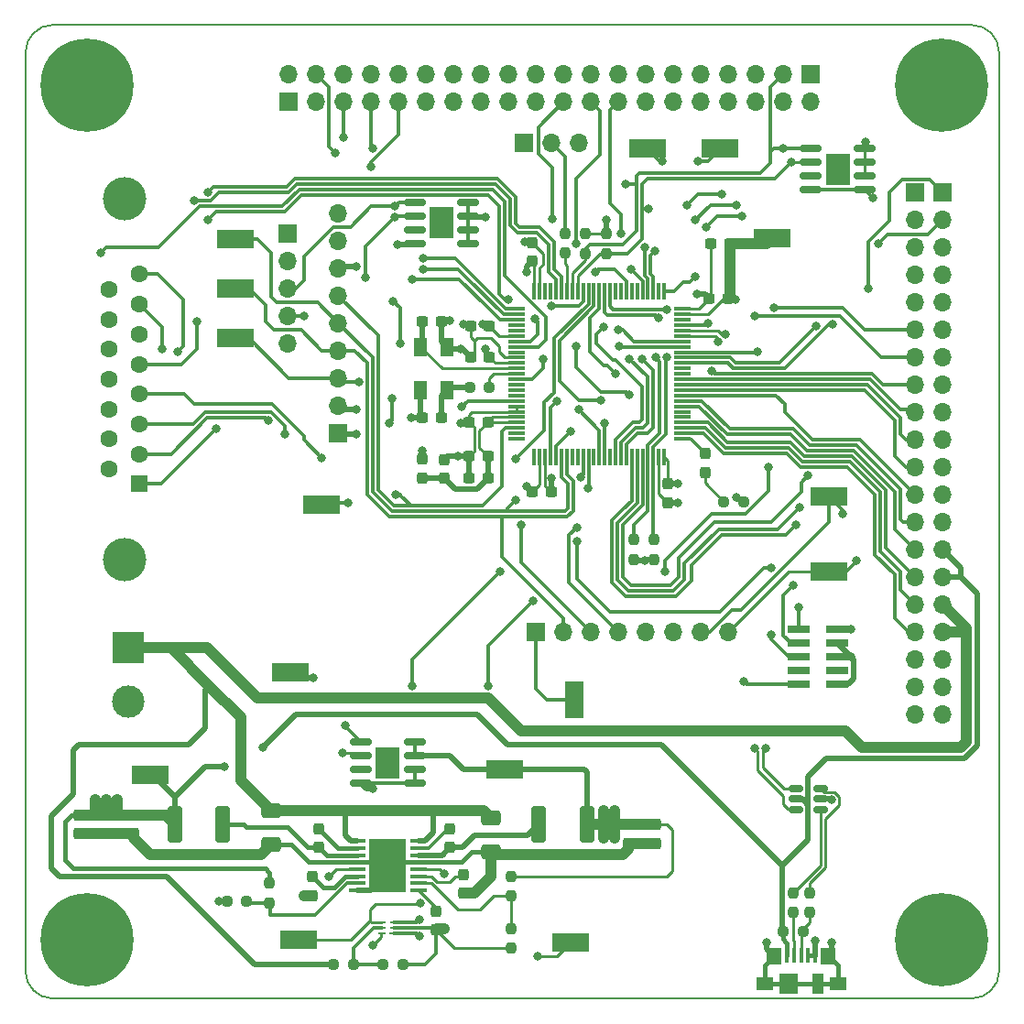
<source format=gbr>
%TF.GenerationSoftware,KiCad,Pcbnew,(6.0.7)*%
%TF.CreationDate,2023-01-26T22:49:43-08:00*%
%TF.ProjectId,FlightComputer,466c6967-6874-4436-9f6d-70757465722e,rev?*%
%TF.SameCoordinates,Original*%
%TF.FileFunction,Copper,L1,Top*%
%TF.FilePolarity,Positive*%
%FSLAX46Y46*%
G04 Gerber Fmt 4.6, Leading zero omitted, Abs format (unit mm)*
G04 Created by KiCad (PCBNEW (6.0.7)) date 2023-01-26 22:49:43*
%MOMM*%
%LPD*%
G01*
G04 APERTURE LIST*
G04 Aperture macros list*
%AMRoundRect*
0 Rectangle with rounded corners*
0 $1 Rounding radius*
0 $2 $3 $4 $5 $6 $7 $8 $9 X,Y pos of 4 corners*
0 Add a 4 corners polygon primitive as box body*
4,1,4,$2,$3,$4,$5,$6,$7,$8,$9,$2,$3,0*
0 Add four circle primitives for the rounded corners*
1,1,$1+$1,$2,$3*
1,1,$1+$1,$4,$5*
1,1,$1+$1,$6,$7*
1,1,$1+$1,$8,$9*
0 Add four rect primitives between the rounded corners*
20,1,$1+$1,$2,$3,$4,$5,0*
20,1,$1+$1,$4,$5,$6,$7,0*
20,1,$1+$1,$6,$7,$8,$9,0*
20,1,$1+$1,$8,$9,$2,$3,0*%
G04 Aperture macros list end*
%TA.AperFunction,Profile*%
%ADD10C,0.200000*%
%TD*%
%TA.AperFunction,ComponentPad*%
%ADD11O,1.700000X1.700000*%
%TD*%
%TA.AperFunction,ComponentPad*%
%ADD12R,1.700000X1.700000*%
%TD*%
%TA.AperFunction,ComponentPad*%
%ADD13C,0.500000*%
%TD*%
%TA.AperFunction,SMDPad,CuDef*%
%ADD14R,2.290000X3.000000*%
%TD*%
%TA.AperFunction,SMDPad,CuDef*%
%ADD15RoundRect,0.150000X-0.825000X-0.150000X0.825000X-0.150000X0.825000X0.150000X-0.825000X0.150000X0*%
%TD*%
%TA.AperFunction,SMDPad,CuDef*%
%ADD16R,3.400000X1.800000*%
%TD*%
%TA.AperFunction,SMDPad,CuDef*%
%ADD17R,1.800000X3.400000*%
%TD*%
%TA.AperFunction,SMDPad,CuDef*%
%ADD18RoundRect,0.250000X-0.400000X-1.450000X0.400000X-1.450000X0.400000X1.450000X-0.400000X1.450000X0*%
%TD*%
%TA.AperFunction,SMDPad,CuDef*%
%ADD19RoundRect,0.237500X0.300000X0.237500X-0.300000X0.237500X-0.300000X-0.237500X0.300000X-0.237500X0*%
%TD*%
%TA.AperFunction,SMDPad,CuDef*%
%ADD20RoundRect,0.237500X-0.300000X-0.237500X0.300000X-0.237500X0.300000X0.237500X-0.300000X0.237500X0*%
%TD*%
%TA.AperFunction,SMDPad,CuDef*%
%ADD21RoundRect,0.237500X-0.237500X0.300000X-0.237500X-0.300000X0.237500X-0.300000X0.237500X0.300000X0*%
%TD*%
%TA.AperFunction,SMDPad,CuDef*%
%ADD22RoundRect,0.250000X-0.650000X0.412500X-0.650000X-0.412500X0.650000X-0.412500X0.650000X0.412500X0*%
%TD*%
%TA.AperFunction,SMDPad,CuDef*%
%ADD23RoundRect,0.237500X-0.250000X-0.237500X0.250000X-0.237500X0.250000X0.237500X-0.250000X0.237500X0*%
%TD*%
%TA.AperFunction,SMDPad,CuDef*%
%ADD24RoundRect,0.237500X0.237500X-0.300000X0.237500X0.300000X-0.237500X0.300000X-0.237500X-0.300000X0*%
%TD*%
%TA.AperFunction,SMDPad,CuDef*%
%ADD25RoundRect,0.237500X-0.237500X0.250000X-0.237500X-0.250000X0.237500X-0.250000X0.237500X0.250000X0*%
%TD*%
%TA.AperFunction,ComponentPad*%
%ADD26C,0.900000*%
%TD*%
%TA.AperFunction,ComponentPad*%
%ADD27C,8.600000*%
%TD*%
%TA.AperFunction,SMDPad,CuDef*%
%ADD28RoundRect,0.237500X0.237500X-0.287500X0.237500X0.287500X-0.237500X0.287500X-0.237500X-0.287500X0*%
%TD*%
%TA.AperFunction,SMDPad,CuDef*%
%ADD29R,2.100000X0.750000*%
%TD*%
%TA.AperFunction,SMDPad,CuDef*%
%ADD30RoundRect,0.237500X0.237500X-0.250000X0.237500X0.250000X-0.237500X0.250000X-0.237500X-0.250000X0*%
%TD*%
%TA.AperFunction,SMDPad,CuDef*%
%ADD31RoundRect,0.237500X0.250000X0.237500X-0.250000X0.237500X-0.250000X-0.237500X0.250000X-0.237500X0*%
%TD*%
%TA.AperFunction,SMDPad,CuDef*%
%ADD32RoundRect,0.075000X-0.075000X-0.725000X0.075000X-0.725000X0.075000X0.725000X-0.075000X0.725000X0*%
%TD*%
%TA.AperFunction,SMDPad,CuDef*%
%ADD33RoundRect,0.075000X-0.725000X-0.075000X0.725000X-0.075000X0.725000X0.075000X-0.725000X0.075000X0*%
%TD*%
%TA.AperFunction,SMDPad,CuDef*%
%ADD34R,1.200000X1.800000*%
%TD*%
%TA.AperFunction,SMDPad,CuDef*%
%ADD35R,3.400000X5.000000*%
%TD*%
%TA.AperFunction,SMDPad,CuDef*%
%ADD36RoundRect,0.100000X-0.687500X-0.100000X0.687500X-0.100000X0.687500X0.100000X-0.687500X0.100000X0*%
%TD*%
%TA.AperFunction,SMDPad,CuDef*%
%ADD37RoundRect,0.237500X-0.237500X0.287500X-0.237500X-0.287500X0.237500X-0.287500X0.237500X0.287500X0*%
%TD*%
%TA.AperFunction,SMDPad,CuDef*%
%ADD38RoundRect,0.150000X0.512500X0.150000X-0.512500X0.150000X-0.512500X-0.150000X0.512500X-0.150000X0*%
%TD*%
%TA.AperFunction,ComponentPad*%
%ADD39C,1.600000*%
%TD*%
%TA.AperFunction,ComponentPad*%
%ADD40R,1.600000X1.600000*%
%TD*%
%TA.AperFunction,ComponentPad*%
%ADD41C,4.000000*%
%TD*%
%TA.AperFunction,ComponentPad*%
%ADD42C,3.000000*%
%TD*%
%TA.AperFunction,ComponentPad*%
%ADD43R,3.000000X3.000000*%
%TD*%
%TA.AperFunction,SMDPad,CuDef*%
%ADD44R,1.800000X1.900000*%
%TD*%
%TA.AperFunction,SMDPad,CuDef*%
%ADD45R,1.650000X1.300000*%
%TD*%
%TA.AperFunction,SMDPad,CuDef*%
%ADD46R,1.425000X1.550000*%
%TD*%
%TA.AperFunction,SMDPad,CuDef*%
%ADD47R,1.000000X1.900000*%
%TD*%
%TA.AperFunction,SMDPad,CuDef*%
%ADD48R,0.450000X1.380000*%
%TD*%
%TA.AperFunction,SMDPad,CuDef*%
%ADD49R,0.750000X0.280000*%
%TD*%
%TA.AperFunction,SMDPad,CuDef*%
%ADD50R,0.850000X0.280000*%
%TD*%
%TA.AperFunction,ViaPad*%
%ADD51C,0.800000*%
%TD*%
%TA.AperFunction,Conductor*%
%ADD52C,0.300000*%
%TD*%
%TA.AperFunction,Conductor*%
%ADD53C,1.000000*%
%TD*%
%TA.AperFunction,Conductor*%
%ADD54C,0.500000*%
%TD*%
%TA.AperFunction,Conductor*%
%ADD55C,0.250000*%
%TD*%
%TA.AperFunction,Conductor*%
%ADD56C,0.261112*%
%TD*%
%TA.AperFunction,Conductor*%
%ADD57C,0.400000*%
%TD*%
G04 APERTURE END LIST*
D10*
X227330000Y-148166000D02*
X142410000Y-148166000D01*
X229870000Y-60706000D02*
X229870000Y-145626000D01*
X229870000Y-60706000D02*
G75*
G03*
X227330000Y-58166000I-2540000J0D01*
G01*
X139870000Y-145626000D02*
X139870000Y-60706000D01*
X227330000Y-148166000D02*
G75*
G03*
X229870000Y-145626000I0J2540000D01*
G01*
X139870000Y-145626000D02*
G75*
G03*
X142410000Y-148166000I2540000J0D01*
G01*
X142410000Y-58166000D02*
X227330000Y-58166000D01*
X142410000Y-58166000D02*
G75*
G03*
X139870000Y-60706000I0J-2540000D01*
G01*
D11*
%TO.P,J9,20,Pin_20*%
%TO.N,unconnected-(J9-Pad20)*%
X222123000Y-121920000D03*
%TO.P,J9,19,Pin_19*%
%TO.N,unconnected-(J9-Pad19)*%
X222123000Y-119380000D03*
%TO.P,J9,18,Pin_18*%
%TO.N,unconnected-(J9-Pad18)*%
X222123000Y-116840000D03*
%TO.P,J9,17,Pin_17*%
%TO.N,SPI2_SCK*%
X222123000Y-114300000D03*
%TO.P,J9,16,Pin_16*%
%TO.N,SPI2_MISO*%
X222123000Y-111760000D03*
%TO.P,J9,15,Pin_15*%
%TO.N,SPI2_MOSI*%
X222123000Y-109220000D03*
%TO.P,J9,14,Pin_14*%
%TO.N,PD10*%
X222123000Y-106680000D03*
%TO.P,J9,13,Pin_13*%
%TO.N,PD11*%
X222123000Y-104140000D03*
%TO.P,J9,12,Pin_12*%
%TO.N,PD12*%
X222123000Y-101600000D03*
%TO.P,J9,11,Pin_11*%
%TO.N,PD13*%
X222123000Y-99060000D03*
%TO.P,J9,10,Pin_10*%
%TO.N,PD14*%
X222123000Y-96520000D03*
%TO.P,J9,9,Pin_9*%
%TO.N,PD15*%
X222123000Y-93980000D03*
%TO.P,J9,8,Pin_8*%
%TO.N,PD7*%
X222123000Y-91440000D03*
%TO.P,J9,7,Pin_7*%
%TO.N,UART2_RX*%
X222123000Y-88900000D03*
%TO.P,J9,6,Pin_6*%
%TO.N,UART2_TX*%
X222123000Y-86360000D03*
%TO.P,J9,5,Pin_5*%
%TO.N,PD4*%
X222123000Y-83820000D03*
%TO.P,J9,4,Pin_4*%
%TO.N,PD3*%
X222123000Y-81280000D03*
%TO.P,J9,3,Pin_3*%
%TO.N,GND*%
X222123000Y-78740000D03*
%TO.P,J9,2,Pin_2*%
%TO.N,unconnected-(J9-Pad2)*%
X222123000Y-76200000D03*
D12*
%TO.P,J9,1,Pin_1*%
%TO.N,unconnected-(J9-Pad1)*%
X222123000Y-73660000D03*
%TD*%
D11*
%TO.P,J8,20,Pin_20*%
%TO.N,PE15*%
X212471000Y-65278000D03*
%TO.P,J8,19,Pin_19*%
%TO.N,PE14*%
X209931000Y-65278000D03*
%TO.P,J8,18,Pin_18*%
%TO.N,PE13*%
X207391000Y-65278000D03*
%TO.P,J8,17,Pin_17*%
%TO.N,PE12*%
X204851000Y-65278000D03*
%TO.P,J8,16,Pin_16*%
%TO.N,PE11*%
X202311000Y-65278000D03*
%TO.P,J8,15,Pin_15*%
%TO.N,PE10*%
X199771000Y-65278000D03*
%TO.P,J8,14,Pin_14*%
%TO.N,unconnected-(J8-Pad14)*%
X197231000Y-65278000D03*
%TO.P,J8,13,Pin_13*%
%TO.N,PE8*%
X194691000Y-65278000D03*
%TO.P,J8,12,Pin_12*%
%TO.N,PE7*%
X192151000Y-65278000D03*
%TO.P,J8,11,Pin_11*%
%TO.N,DAC_OUT1*%
X189611000Y-65278000D03*
%TO.P,J8,10,Pin_10*%
%TO.N,ADC3_IN3*%
X187071000Y-65278000D03*
%TO.P,J8,9,Pin_9*%
%TO.N,ADC3_IN2*%
X184531000Y-65278000D03*
%TO.P,J8,8,Pin_8*%
%TO.N,ADC3_IN1*%
X181991000Y-65278000D03*
%TO.P,J8,7,Pin_7*%
%TO.N,PE6*%
X179451000Y-65278000D03*
%TO.P,J8,6,Pin_6*%
%TO.N,PE5*%
X176911000Y-65278000D03*
%TO.P,J8,5,Pin_5*%
%TO.N,PE4*%
X174371000Y-65278000D03*
%TO.P,J8,4,Pin_4*%
%TO.N,PE3*%
X171831000Y-65278000D03*
%TO.P,J8,3,Pin_3*%
%TO.N,PE2*%
X169291000Y-65278000D03*
%TO.P,J8,2,Pin_2*%
%TO.N,PE1*%
X166751000Y-65278000D03*
D12*
%TO.P,J8,1,Pin_1*%
%TO.N,PE0*%
X164211000Y-65278000D03*
%TD*%
D13*
%TO.P,IC4,9*%
%TO.N,N/C*%
X174005000Y-125365000D03*
X172705000Y-125365000D03*
X172705000Y-127365000D03*
X174005000Y-126365000D03*
X172705000Y-126365000D03*
D14*
X173355000Y-126365000D03*
D13*
X174005000Y-127365000D03*
D15*
%TO.P,IC4,8,VCC*%
%TO.N,+3.3V*%
X175830000Y-124460000D03*
%TO.P,IC4,7,A0*%
X175830000Y-125730000D03*
%TO.P,IC4,6,A1*%
%TO.N,GND*%
X175830000Y-127000000D03*
%TO.P,IC4,5,A2*%
X175830000Y-128270000D03*
%TO.P,IC4,4,GND*%
X170880000Y-128270000D03*
%TO.P,IC4,3,OS*%
%TO.N,unconnected-(IC4-Pad3)*%
X170880000Y-127000000D03*
%TO.P,IC4,2,SCL*%
%TO.N,I2C1_SCL*%
X170880000Y-125730000D03*
%TO.P,IC4,1,SDA*%
%TO.N,I2C1_SDA*%
X170880000Y-124460000D03*
%TD*%
D16*
%TO.P,TP3,1,1*%
%TO.N,EN2*%
X165100000Y-142748000D03*
%TD*%
D17*
%TO.P,TP8,1,1*%
%TO.N,CS1*%
X190627000Y-120523000D03*
%TD*%
D18*
%TO.P,L1,2,2*%
%TO.N,Net-(C3-Pad1)*%
X158120000Y-132080000D03*
%TO.P,L1,1,1*%
%TO.N,+5V*%
X153670000Y-132080000D03*
%TD*%
D16*
%TO.P,TP13,1,1*%
%TO.N,I2C2_SDA*%
X204089000Y-69596000D03*
%TD*%
D19*
%TO.P,C13,2*%
%TO.N,GND*%
X180901000Y-100076000D03*
%TO.P,C13,1*%
%TO.N,+3.3VA*%
X182626000Y-100076000D03*
%TD*%
D20*
%TO.P,C23,2*%
%TO.N,GND*%
X178308000Y-85598000D03*
%TO.P,C23,1*%
%TO.N,HSE_IN*%
X176583000Y-85598000D03*
%TD*%
D21*
%TO.P,C9,2*%
%TO.N,Net-(C9-Pad2)*%
X179070000Y-134212500D03*
%TO.P,C9,1*%
%TO.N,Net-(C9-Pad1)*%
X179070000Y-132487500D03*
%TD*%
D22*
%TO.P,C6,2*%
%TO.N,GND*%
X182880000Y-134620000D03*
%TO.P,C6,1*%
%TO.N,VIN*%
X182880000Y-131495000D03*
%TD*%
D23*
%TO.P,R14,2*%
%TO.N,Net-(J3-Pad3)*%
X211732500Y-141986000D03*
%TO.P,R14,1*%
%TO.N,+5V*%
X209907500Y-141986000D03*
%TD*%
D16*
%TO.P,TP6,1,1*%
%TO.N,SPI1_MISO*%
X159258000Y-77978000D03*
%TD*%
D24*
%TO.P,C15,2*%
%TO.N,GND*%
X178562000Y-98351000D03*
%TO.P,C15,1*%
%TO.N,+3.3VA*%
X178562000Y-100076000D03*
%TD*%
D13*
%TO.P,IC3,9*%
%TO.N,N/C*%
X214299000Y-70489000D03*
D14*
X214949000Y-71489000D03*
D13*
X214299000Y-72489000D03*
X215599000Y-70489000D03*
X214299000Y-71489000D03*
X215599000Y-72489000D03*
X215599000Y-71489000D03*
D15*
%TO.P,IC3,8,VCC*%
%TO.N,+3.3V*%
X217424000Y-69584000D03*
%TO.P,IC3,7,A0*%
X217424000Y-70854000D03*
%TO.P,IC3,6,A1*%
X217424000Y-72124000D03*
%TO.P,IC3,5,A2*%
%TO.N,GND*%
X217424000Y-73394000D03*
%TO.P,IC3,4,GND*%
X212474000Y-73394000D03*
%TO.P,IC3,3,OS*%
%TO.N,unconnected-(IC3-Pad3)*%
X212474000Y-72124000D03*
%TO.P,IC3,2,SCL*%
%TO.N,I2C1_SCL*%
X212474000Y-70854000D03*
%TO.P,IC3,1,SDA*%
%TO.N,I2C1_SDA*%
X212474000Y-69584000D03*
%TD*%
D25*
%TO.P,R5,2*%
%TO.N,VFB2*%
X184785000Y-138707500D03*
%TO.P,R5,1*%
%TO.N,+3.3V*%
X184785000Y-136882500D03*
%TD*%
D21*
%TO.P,C19,2*%
%TO.N,GND*%
X199263000Y-102309000D03*
%TO.P,C19,1*%
%TO.N,+3.3V*%
X199263000Y-100584000D03*
%TD*%
D19*
%TO.P,C17,2*%
%TO.N,GND*%
X180901000Y-94869000D03*
%TO.P,C17,1*%
%TO.N,+3.3VA*%
X182626000Y-94869000D03*
%TD*%
%TO.P,C22,2*%
%TO.N,GND*%
X186716500Y-101346000D03*
%TO.P,C22,1*%
%TO.N,+3.3V*%
X188441500Y-101346000D03*
%TD*%
D21*
%TO.P,C10,2,2*%
%TO.N,GND*%
X198115000Y-133805000D03*
%TO.P,C10,1,1*%
%TO.N,+3.3V*%
X198115000Y-132080000D03*
%TD*%
D16*
%TO.P,TP2,1,1*%
%TO.N,EN1*%
X190246000Y-143002000D03*
%TD*%
D26*
%TO.P,H4,1,1*%
%TO.N,GND*%
X148767000Y-142748000D03*
X147822419Y-145028419D03*
X143261581Y-140467581D03*
X142317000Y-142748000D03*
X143261581Y-145028419D03*
D27*
X145542000Y-142748000D03*
D26*
X147822419Y-140467581D03*
X145542000Y-145973000D03*
X145542000Y-139523000D03*
%TD*%
D28*
%TO.P,D1,2,A*%
%TO.N,LED_STATUS*%
X202692000Y-97804000D03*
%TO.P,D1,1,K*%
%TO.N,Net-(D1-Pad1)*%
X202692000Y-99554000D03*
%TD*%
D29*
%TO.P,J2,10,Pin_10*%
%TO.N,NRST*%
X211306000Y-119126000D03*
%TO.P,J2,9,Pin_9*%
%TO.N,GND*%
X214906000Y-119126000D03*
%TO.P,J2,8,Pin_8*%
%TO.N,unconnected-(J2-Pad8)*%
X211306000Y-117856000D03*
%TO.P,J2,7,Pin_7*%
%TO.N,unconnected-(J2-Pad7)*%
X214906000Y-117856000D03*
%TO.P,J2,6,Pin_6*%
%TO.N,SYS_JTDO-TRACESWO*%
X211306000Y-116586000D03*
%TO.P,J2,5,Pin_5*%
%TO.N,GND*%
X214906000Y-116586000D03*
%TO.P,J2,4,Pin_4*%
%TO.N,SYS_JTCK-SWCLK*%
X211306000Y-115316000D03*
%TO.P,J2,3,Pin_3*%
%TO.N,GND*%
X214906000Y-115316000D03*
%TO.P,J2,2,Pin_2*%
%TO.N,SYS_JTMS-SWDIO*%
X211306000Y-114046000D03*
%TO.P,J2,1,Pin_1*%
%TO.N,+3.3V*%
X214906000Y-114046000D03*
%TD*%
D26*
%TO.P,H2,1,1*%
%TO.N,GND*%
X226816419Y-61473581D03*
X221311000Y-63754000D03*
D27*
X224536000Y-63754000D03*
D26*
X224536000Y-66979000D03*
X222255581Y-66034419D03*
X227761000Y-63754000D03*
X226816419Y-66034419D03*
X224536000Y-60529000D03*
X222255581Y-61473581D03*
%TD*%
D30*
%TO.P,R9,2*%
%TO.N,I2C2_SCL*%
X196088000Y-105744000D03*
%TO.P,R9,1*%
%TO.N,+3.3V*%
X196088000Y-107569000D03*
%TD*%
D11*
%TO.P,J4,5,Pin_5*%
%TO.N,unconnected-(J4-Pad5)*%
X164084000Y-87635000D03*
%TO.P,J4,4,Pin_4*%
%TO.N,I2C1_SCL*%
X164084000Y-85095000D03*
%TO.P,J4,3,Pin_3*%
%TO.N,I2C1_SDA*%
X164084000Y-82555000D03*
%TO.P,J4,2,Pin_2*%
%TO.N,GND*%
X164084000Y-80015000D03*
D12*
%TO.P,J4,1,Pin_1*%
%TO.N,+3.3V*%
X164084000Y-77475000D03*
%TD*%
D31*
%TO.P,R11,2*%
%TO.N,Net-(C24-Pad1)*%
X180928000Y-91694000D03*
%TO.P,R11,1*%
%TO.N,HSE_OUT*%
X182753000Y-91694000D03*
%TD*%
D16*
%TO.P,TP15,1,1*%
%TO.N,GND*%
X164338000Y-117983000D03*
%TD*%
D24*
%TO.P,C4,2*%
%TO.N,Net-(C4-Pad2)*%
X166370000Y-136932500D03*
%TO.P,C4,1*%
%TO.N,GND*%
X166370000Y-138657500D03*
%TD*%
D16*
%TO.P,TP10,1,1*%
%TO.N,I2C1_SCL*%
X214122000Y-108712000D03*
%TD*%
D25*
%TO.P,R12,2*%
%TO.N,I2C1_SDA*%
X191643000Y-79295000D03*
%TO.P,R12,1*%
%TO.N,+3.3V*%
X191643000Y-77470000D03*
%TD*%
%TO.P,R6,2*%
%TO.N,GND*%
X184785000Y-143510000D03*
%TO.P,R6,1*%
%TO.N,VFB2*%
X184785000Y-141685000D03*
%TD*%
D18*
%TO.P,L2,2,2*%
%TO.N,+3.3V*%
X191770000Y-132080000D03*
%TO.P,L2,1,1*%
%TO.N,Net-(C9-Pad2)*%
X187320000Y-132080000D03*
%TD*%
D16*
%TO.P,TP9,1,1*%
%TO.N,CS2*%
X167259000Y-102489000D03*
%TD*%
%TO.P,TP14,1,1*%
%TO.N,GND*%
X208915000Y-77851000D03*
%TD*%
%TO.P,TP11,1,1*%
%TO.N,I2C1_SDA*%
X214122000Y-101727000D03*
%TD*%
%TO.P,TP1,1,1*%
%TO.N,+5V*%
X151384000Y-127508000D03*
%TD*%
D11*
%TO.P,J11,20,Pin_20*%
%TO.N,GND*%
X164211000Y-62738000D03*
%TO.P,J11,19,Pin_19*%
%TO.N,ADC3_IN13*%
X166751000Y-62738000D03*
%TO.P,J11,18,Pin_18*%
%TO.N,ADC3_IN12*%
X169291000Y-62738000D03*
%TO.P,J11,17,Pin_17*%
%TO.N,ADC3_IN11*%
X171831000Y-62738000D03*
%TO.P,J11,16,Pin_16*%
%TO.N,ADC3_IN10*%
X174371000Y-62738000D03*
%TO.P,J11,15,Pin_15*%
%TO.N,unconnected-(J11-Pad15)*%
X176911000Y-62738000D03*
%TO.P,J11,14,Pin_14*%
%TO.N,unconnected-(J11-Pad14)*%
X179451000Y-62738000D03*
%TO.P,J11,13,Pin_13*%
%TO.N,GND*%
X181991000Y-62738000D03*
%TO.P,J11,12,Pin_12*%
X184531000Y-62738000D03*
%TO.P,J11,11,Pin_11*%
%TO.N,unconnected-(J11-Pad11)*%
X187071000Y-62738000D03*
%TO.P,J11,10,Pin_10*%
%TO.N,unconnected-(J11-Pad10)*%
X189611000Y-62738000D03*
%TO.P,J11,9,Pin_9*%
%TO.N,I2C2_SDA*%
X192151000Y-62738000D03*
%TO.P,J11,8,Pin_8*%
%TO.N,I2C2_SCL*%
X194691000Y-62738000D03*
%TO.P,J11,7,Pin_7*%
%TO.N,GND*%
X197231000Y-62738000D03*
%TO.P,J11,6,Pin_6*%
%TO.N,unconnected-(J11-Pad6)*%
X199771000Y-62738000D03*
%TO.P,J11,5,Pin_5*%
%TO.N,unconnected-(J11-Pad5)*%
X202311000Y-62738000D03*
%TO.P,J11,4,Pin_4*%
%TO.N,unconnected-(J11-Pad4)*%
X204851000Y-62738000D03*
%TO.P,J11,3,Pin_3*%
%TO.N,GND*%
X207391000Y-62738000D03*
%TO.P,J11,2,Pin_2*%
%TO.N,I2C1_SDA*%
X209931000Y-62738000D03*
D12*
%TO.P,J11,1,Pin_1*%
%TO.N,I2C1_SCL*%
X212471000Y-62738000D03*
%TD*%
D31*
%TO.P,R2,2,2*%
%TO.N,GND*%
X158496000Y-139192000D03*
%TO.P,R2,1,1*%
%TO.N,VFB1*%
X160321000Y-139192000D03*
%TD*%
D11*
%TO.P,J6,9,Pin_9*%
%TO.N,unconnected-(J6-Pad9)*%
X168758000Y-75555000D03*
%TO.P,J6,8,Pin_8*%
%TO.N,unconnected-(J6-Pad8)*%
X168758000Y-78095000D03*
%TO.P,J6,7,Pin_7*%
%TO.N,GND*%
X168758000Y-80635000D03*
%TO.P,J6,6,Pin_6*%
%TO.N,CS2*%
X168758000Y-83175000D03*
%TO.P,J6,5,Pin_5*%
%TO.N,SPI1_MISO*%
X168758000Y-85715000D03*
%TO.P,J6,4,Pin_4*%
%TO.N,SPI1_MOSI*%
X168758000Y-88255000D03*
%TO.P,J6,3,Pin_3*%
%TO.N,SPI1_SCK*%
X168758000Y-90795000D03*
%TO.P,J6,2,Pin_2*%
%TO.N,GND*%
X168758000Y-93335000D03*
D12*
%TO.P,J6,1,Pin_1*%
%TO.N,+3.3V*%
X168758000Y-95875000D03*
%TD*%
D30*
%TO.P,R15,2*%
%TO.N,USB_CONN_D+*%
X212344000Y-138383000D03*
%TO.P,R15,1*%
%TO.N,Net-(J3-Pad3)*%
X212344000Y-140208000D03*
%TD*%
D21*
%TO.P,C1,2*%
%TO.N,GND*%
X144780000Y-132942500D03*
%TO.P,C1,1*%
%TO.N,+5V*%
X144780000Y-131217500D03*
%TD*%
D20*
%TO.P,C14,2*%
%TO.N,GND*%
X204978000Y-78359000D03*
%TO.P,C14,1*%
%TO.N,+3.3V*%
X203253000Y-78359000D03*
%TD*%
D13*
%TO.P,IC2,9*%
%TO.N,N/C*%
X178958000Y-75454000D03*
X177658000Y-75454000D03*
D14*
X178308000Y-76454000D03*
D13*
X178958000Y-77454000D03*
X177658000Y-76454000D03*
X177658000Y-77454000D03*
X178958000Y-76454000D03*
D15*
%TO.P,IC2,8,VCC*%
%TO.N,+3.3V*%
X180783000Y-74549000D03*
%TO.P,IC2,7,A0*%
X180783000Y-75819000D03*
%TO.P,IC2,6,A1*%
X180783000Y-77089000D03*
%TO.P,IC2,5,A2*%
X180783000Y-78359000D03*
%TO.P,IC2,4,GND*%
%TO.N,GND*%
X175833000Y-78359000D03*
%TO.P,IC2,3,OS*%
%TO.N,unconnected-(IC2-Pad3)*%
X175833000Y-77089000D03*
%TO.P,IC2,2,SCL*%
%TO.N,I2C1_SCL*%
X175833000Y-75819000D03*
%TO.P,IC2,1,SDA*%
%TO.N,I2C1_SDA*%
X175833000Y-74549000D03*
%TD*%
D24*
%TO.P,C3,2*%
%TO.N,Net-(C3-Pad2)*%
X167005000Y-132487500D03*
%TO.P,C3,1*%
%TO.N,Net-(C3-Pad1)*%
X167005000Y-134212500D03*
%TD*%
D25*
%TO.P,R8,2*%
%TO.N,I2C1_SCL*%
X193548000Y-79295000D03*
%TO.P,R8,1*%
%TO.N,+3.3V*%
X193548000Y-77470000D03*
%TD*%
D19*
%TO.P,C21,2*%
%TO.N,GND*%
X181028000Y-85979000D03*
%TO.P,C21,1*%
%TO.N,+3.3V*%
X182753000Y-85979000D03*
%TD*%
%TO.P,C24,2*%
%TO.N,GND*%
X176583000Y-94488000D03*
%TO.P,C24,1*%
%TO.N,Net-(C24-Pad1)*%
X178308000Y-94488000D03*
%TD*%
D25*
%TO.P,R16,2*%
%TO.N,Net-(J3-Pad2)*%
X210820000Y-140208000D03*
%TO.P,R16,1*%
%TO.N,USB_CONN_D-*%
X210820000Y-138383000D03*
%TD*%
D32*
%TO.P,U2,100,VDD*%
%TO.N,+3.3V*%
X186913000Y-82749000D03*
%TO.P,U2,99,VSS*%
%TO.N,GND*%
X187413000Y-82749000D03*
%TO.P,U2,98,PE1*%
%TO.N,unconnected-(U2-Pad98)*%
X187913000Y-82749000D03*
%TO.P,U2,97,PE0*%
%TO.N,unconnected-(U2-Pad97)*%
X188413000Y-82749000D03*
%TO.P,U2,96,PB9*%
%TO.N,CC2500_TX_OVERFLOW*%
X188913000Y-82749000D03*
%TO.P,U2,95,PB8*%
%TO.N,CC2500_RX_OVERFLOW*%
X189413000Y-82749000D03*
%TO.P,U2,94,BOOT0*%
%TO.N,BOOT0*%
X189913000Y-82749000D03*
%TO.P,U2,93,PB7*%
%TO.N,I2C1_SDA*%
X190413000Y-82749000D03*
%TO.P,U2,92,PB6*%
%TO.N,I2C1_SCL*%
X190913000Y-82749000D03*
%TO.P,U2,91,PB5*%
%TO.N,RFM_RX_EMPTY*%
X191413000Y-82749000D03*
%TO.P,U2,90,PB4*%
%TO.N,RFM_TX_EMPTY*%
X191913000Y-82749000D03*
%TO.P,U2,89,PB3*%
%TO.N,SYS_JTDO-TRACESWO*%
X192413000Y-82749000D03*
%TO.P,U2,88,PD7*%
%TO.N,PD7*%
X192913000Y-82749000D03*
%TO.P,U2,87,PD6*%
%TO.N,UART2_RX*%
X193413000Y-82749000D03*
%TO.P,U2,86,PD5*%
%TO.N,UART2_TX*%
X193913000Y-82749000D03*
%TO.P,U2,85,PD4*%
%TO.N,unconnected-(U2-Pad85)*%
X194413000Y-82749000D03*
%TO.P,U2,84,PD3*%
%TO.N,unconnected-(U2-Pad84)*%
X194913000Y-82749000D03*
%TO.P,U2,83,PD2*%
%TO.N,RFM_UART_RX*%
X195413000Y-82749000D03*
%TO.P,U2,82,PD1*%
%TO.N,unconnected-(U2-Pad82)*%
X195913000Y-82749000D03*
%TO.P,U2,81,PD0*%
%TO.N,unconnected-(U2-Pad81)*%
X196413000Y-82749000D03*
%TO.P,U2,80,PC12*%
%TO.N,RFM_UART_TX*%
X196913000Y-82749000D03*
%TO.P,U2,79,PC11*%
%TO.N,CC2500_UART_RX*%
X197413000Y-82749000D03*
%TO.P,U2,78,PC10*%
%TO.N,CC2500_UART_TX*%
X197913000Y-82749000D03*
%TO.P,U2,77,PA15*%
%TO.N,unconnected-(U2-Pad77)*%
X198413000Y-82749000D03*
%TO.P,U2,76,PA14*%
%TO.N,SYS_JTCK-SWCLK*%
X198913000Y-82749000D03*
D33*
%TO.P,U2,75,VDD*%
%TO.N,+3.3V*%
X200588000Y-84424000D03*
%TO.P,U2,74,VSS*%
%TO.N,GND*%
X200588000Y-84924000D03*
%TO.P,U2,73,NC*%
%TO.N,unconnected-(U2-Pad73)*%
X200588000Y-85424000D03*
%TO.P,U2,72,PA13*%
%TO.N,SYS_JTMS-SWDIO*%
X200588000Y-85924000D03*
%TO.P,U2,71,PA12*%
%TO.N,USB_D+*%
X200588000Y-86424000D03*
%TO.P,U2,70,PA11*%
%TO.N,USB_D-*%
X200588000Y-86924000D03*
%TO.P,U2,69,PA10*%
%TO.N,NEN2*%
X200588000Y-87424000D03*
%TO.P,U2,68,PA9*%
%TO.N,NEN1*%
X200588000Y-87924000D03*
%TO.P,U2,67,PA8*%
%TO.N,CS1*%
X200588000Y-88424000D03*
%TO.P,U2,66,PC9*%
%TO.N,PC9*%
X200588000Y-88924000D03*
%TO.P,U2,65,PC8*%
%TO.N,PC8*%
X200588000Y-89424000D03*
%TO.P,U2,64,PC7*%
%TO.N,unconnected-(U2-Pad64)*%
X200588000Y-89924000D03*
%TO.P,U2,63,PC6*%
%TO.N,unconnected-(U2-Pad63)*%
X200588000Y-90424000D03*
%TO.P,U2,62,PD15*%
%TO.N,PD15*%
X200588000Y-90924000D03*
%TO.P,U2,61,PD14*%
%TO.N,PD14*%
X200588000Y-91424000D03*
%TO.P,U2,60,PD13*%
%TO.N,PD13*%
X200588000Y-91924000D03*
%TO.P,U2,59,PD12*%
%TO.N,PD12*%
X200588000Y-92424000D03*
%TO.P,U2,58,PD11*%
%TO.N,PD11*%
X200588000Y-92924000D03*
%TO.P,U2,57,PD10*%
%TO.N,PD10*%
X200588000Y-93424000D03*
%TO.P,U2,56,PD9*%
%TO.N,PD9*%
X200588000Y-93924000D03*
%TO.P,U2,55,PD8*%
%TO.N,PD8*%
X200588000Y-94424000D03*
%TO.P,U2,54,PB15*%
%TO.N,SPI2_MOSI*%
X200588000Y-94924000D03*
%TO.P,U2,53,PB14*%
%TO.N,SPI2_MISO*%
X200588000Y-95424000D03*
%TO.P,U2,52,PB13*%
%TO.N,SPI2_SCK*%
X200588000Y-95924000D03*
%TO.P,U2,51,PB12*%
%TO.N,LED_STATUS*%
X200588000Y-96424000D03*
D32*
%TO.P,U2,50,VDD*%
%TO.N,+3.3V*%
X198913000Y-98099000D03*
%TO.P,U2,49,VSS*%
%TO.N,GND*%
X198413000Y-98099000D03*
%TO.P,U2,48,PB11*%
%TO.N,I2C2_SDA*%
X197913000Y-98099000D03*
%TO.P,U2,47,PB10*%
%TO.N,I2C2_SCL*%
X197413000Y-98099000D03*
%TO.P,U2,46,PE15*%
%TO.N,PE15*%
X196913000Y-98099000D03*
%TO.P,U2,45,PE14*%
%TO.N,PE14*%
X196413000Y-98099000D03*
%TO.P,U2,44,PE13*%
%TO.N,PE13*%
X195913000Y-98099000D03*
%TO.P,U2,43,PE12*%
%TO.N,PE12*%
X195413000Y-98099000D03*
%TO.P,U2,42,PE11*%
%TO.N,PE11*%
X194913000Y-98099000D03*
%TO.P,U2,41,PE10*%
%TO.N,PE10*%
X194413000Y-98099000D03*
%TO.P,U2,40,PE9*%
%TO.N,PE9*%
X193913000Y-98099000D03*
%TO.P,U2,39,PE8*%
%TO.N,PE8*%
X193413000Y-98099000D03*
%TO.P,U2,38,PE7*%
%TO.N,PE7*%
X192913000Y-98099000D03*
%TO.P,U2,37,PB2*%
%TO.N,unconnected-(U2-Pad37)*%
X192413000Y-98099000D03*
%TO.P,U2,36,PB1*%
%TO.N,CC2500_TX_EMPTY*%
X191913000Y-98099000D03*
%TO.P,U2,35,PB0*%
%TO.N,CC2500_RX_EMPTY*%
X191413000Y-98099000D03*
%TO.P,U2,34,PC5*%
%TO.N,unconnected-(U2-Pad34)*%
X190913000Y-98099000D03*
%TO.P,U2,33,PC4*%
%TO.N,PC4*%
X190413000Y-98099000D03*
%TO.P,U2,32,PA7*%
%TO.N,SPI1_MOSI*%
X189913000Y-98099000D03*
%TO.P,U2,31,PA6*%
%TO.N,SPI1_MISO*%
X189413000Y-98099000D03*
%TO.P,U2,30,PA5*%
%TO.N,SPI1_SCK*%
X188913000Y-98099000D03*
%TO.P,U2,29,PA4*%
%TO.N,DAC_OUT1*%
X188413000Y-98099000D03*
%TO.P,U2,28,VDD*%
%TO.N,+3.3V*%
X187913000Y-98099000D03*
%TO.P,U2,27,VSS*%
%TO.N,GND*%
X187413000Y-98099000D03*
%TO.P,U2,26,PA3*%
%TO.N,unconnected-(U2-Pad26)*%
X186913000Y-98099000D03*
D33*
%TO.P,U2,25,PA2*%
%TO.N,unconnected-(U2-Pad25)*%
X185238000Y-96424000D03*
%TO.P,U2,24,PA1*%
%TO.N,unconnected-(U2-Pad24)*%
X185238000Y-95924000D03*
%TO.P,U2,23,PA0*%
%TO.N,CS2*%
X185238000Y-95424000D03*
%TO.P,U2,22,VDDA*%
%TO.N,+3.3VA*%
X185238000Y-94924000D03*
%TO.P,U2,21,VREF+*%
X185238000Y-94424000D03*
%TO.P,U2,20,VREF-*%
%TO.N,GND*%
X185238000Y-93924000D03*
%TO.P,U2,19,VSSA*%
X185238000Y-93424000D03*
%TO.P,U2,18,PC3*%
%TO.N,ADC3_IN13*%
X185238000Y-92924000D03*
%TO.P,U2,17,PC2*%
%TO.N,unconnected-(U2-Pad17)*%
X185238000Y-92424000D03*
%TO.P,U2,16,PC1*%
%TO.N,unconnected-(U2-Pad16)*%
X185238000Y-91924000D03*
%TO.P,U2,15,PC0*%
%TO.N,unconnected-(U2-Pad15)*%
X185238000Y-91424000D03*
%TO.P,U2,14,NRST*%
%TO.N,NRST*%
X185238000Y-90924000D03*
%TO.P,U2,13,RCC_OSC_OUT*%
%TO.N,HSE_OUT*%
X185238000Y-90424000D03*
%TO.P,U2,12,RCC_OSC_IN*%
%TO.N,HSE_IN*%
X185238000Y-89924000D03*
%TO.P,U2,11,VDD*%
%TO.N,+3.3V*%
X185238000Y-89424000D03*
%TO.P,U2,10,VSS*%
%TO.N,GND*%
X185238000Y-88924000D03*
%TO.P,U2,9,PC15*%
%TO.N,unconnected-(U2-Pad9)*%
X185238000Y-88424000D03*
%TO.P,U2,8,PC14*%
%TO.N,RFM_TX_OVERFLOW*%
X185238000Y-87924000D03*
%TO.P,U2,7,PC13*%
%TO.N,RFM_RX_OVERFLOW*%
X185238000Y-87424000D03*
%TO.P,U2,6,VBAT*%
%TO.N,+3.3V*%
X185238000Y-86924000D03*
%TO.P,U2,5,PE6*%
%TO.N,unconnected-(U2-Pad5)*%
X185238000Y-86424000D03*
%TO.P,U2,4,PE5*%
%TO.N,unconnected-(U2-Pad4)*%
X185238000Y-85924000D03*
%TO.P,U2,3,PE4*%
%TO.N,PE4*%
X185238000Y-85424000D03*
%TO.P,U2,2,PE3*%
%TO.N,PE3*%
X185238000Y-84924000D03*
%TO.P,U2,1,PE2*%
%TO.N,PE2*%
X185238000Y-84424000D03*
%TD*%
D24*
%TO.P,C18,2*%
%TO.N,GND*%
X186690000Y-78285000D03*
%TO.P,C18,1*%
%TO.N,+3.3V*%
X186690000Y-80010000D03*
%TD*%
D16*
%TO.P,TP4,1,1*%
%TO.N,+3.3V*%
X184150000Y-127000000D03*
%TD*%
D11*
%TO.P,J12,3,Pin_3*%
%TO.N,GND*%
X191008000Y-69088000D03*
%TO.P,J12,2,Pin_2*%
%TO.N,Net-(J12-Pad2)*%
X188468000Y-69088000D03*
D12*
%TO.P,J12,1,Pin_1*%
%TO.N,+3.3V*%
X185928000Y-69088000D03*
%TD*%
D23*
%TO.P,R10,2*%
%TO.N,GND*%
X206248000Y-102249000D03*
%TO.P,R10,1*%
%TO.N,Net-(D1-Pad1)*%
X204423000Y-102249000D03*
%TD*%
D30*
%TO.P,R13,2*%
%TO.N,I2C2_SDA*%
X197993000Y-105744000D03*
%TO.P,R13,1*%
%TO.N,+3.3V*%
X197993000Y-107569000D03*
%TD*%
D26*
%TO.P,H3,1,1*%
%TO.N,GND*%
X226816419Y-140467581D03*
X222255581Y-140467581D03*
X224536000Y-145973000D03*
X224536000Y-139523000D03*
X226816419Y-145028419D03*
X222255581Y-145028419D03*
X227761000Y-142748000D03*
X221311000Y-142748000D03*
D27*
X224536000Y-142748000D03*
%TD*%
D34*
%TO.P,Y1,4,GND_2*%
%TO.N,GND*%
X178803000Y-87948000D03*
%TO.P,Y1,3,CRYSTAL_2*%
%TO.N,Net-(C24-Pad1)*%
X178803000Y-91948000D03*
%TO.P,Y1,2,GND_1*%
%TO.N,GND*%
X176403000Y-91948000D03*
%TO.P,Y1,1,CRYSTAL_1*%
%TO.N,HSE_IN*%
X176403000Y-87948000D03*
%TD*%
D21*
%TO.P,C8,2*%
%TO.N,GND*%
X180340000Y-138430000D03*
%TO.P,C8,1*%
%TO.N,Net-(C8-Pad1)*%
X180340000Y-136705000D03*
%TD*%
D35*
%TO.P,IC1,17,EP*%
%TO.N,GND*%
X173355000Y-135890000D03*
D36*
%TO.P,IC1,16,VIN2*%
%TO.N,VIN*%
X176217500Y-133615000D03*
%TO.P,IC1,15,VBST2*%
%TO.N,Net-(C9-Pad1)*%
X176217500Y-134265000D03*
%TO.P,IC1,14,SW2*%
%TO.N,Net-(C9-Pad2)*%
X176217500Y-134915000D03*
%TO.P,IC1,13,PGND2*%
%TO.N,GND*%
X176217500Y-135565000D03*
%TO.P,IC1,12,EN2*%
%TO.N,EN2*%
X176217500Y-136215000D03*
%TO.P,IC1,11,SS2*%
%TO.N,Net-(C8-Pad1)*%
X176217500Y-136865000D03*
%TO.P,IC1,10,VFB2*%
%TO.N,VFB2*%
X176217500Y-137515000D03*
%TO.P,IC1,9,VREG5*%
%TO.N,Net-(C7-Pad1)*%
X176217500Y-138165000D03*
%TO.P,IC1,8,GND*%
%TO.N,GND*%
X170492500Y-138165000D03*
%TO.P,IC1,7,VFB1*%
%TO.N,VFB1*%
X170492500Y-137515000D03*
%TO.P,IC1,6,SS1*%
%TO.N,Net-(C4-Pad2)*%
X170492500Y-136865000D03*
%TO.P,IC1,5,EN1*%
%TO.N,EN1*%
X170492500Y-136215000D03*
%TO.P,IC1,4,PGND1*%
%TO.N,GND*%
X170492500Y-135565000D03*
%TO.P,IC1,3,SW1*%
%TO.N,Net-(C3-Pad1)*%
X170492500Y-134915000D03*
%TO.P,IC1,2,VBST1*%
%TO.N,Net-(C3-Pad2)*%
X170492500Y-134265000D03*
%TO.P,IC1,1,VIN1*%
%TO.N,VIN*%
X170492500Y-133615000D03*
%TD*%
D16*
%TO.P,TP12,1,1*%
%TO.N,I2C2_SCL*%
X197358000Y-69596000D03*
%TD*%
D30*
%TO.P,R7,2*%
%TO.N,Net-(J12-Pad2)*%
X189738000Y-77446500D03*
%TO.P,R7,1*%
%TO.N,BOOT0*%
X189738000Y-79271500D03*
%TD*%
D26*
%TO.P,H1,1,1*%
%TO.N,GND*%
X147822419Y-66034419D03*
X147822419Y-61473581D03*
X143261581Y-66034419D03*
X148767000Y-63754000D03*
D27*
X145542000Y-63754000D03*
D26*
X145542000Y-66979000D03*
X145542000Y-60529000D03*
X143261581Y-61473581D03*
X142317000Y-63754000D03*
%TD*%
D37*
%TO.P,L3,2*%
%TO.N,+3.3VA*%
X176530000Y-100048000D03*
%TO.P,L3,1*%
%TO.N,+3.3V*%
X176530000Y-98298000D03*
%TD*%
D38*
%TO.P,U3,6,I/O1*%
%TO.N,USB_D-*%
X211079500Y-130680000D03*
%TO.P,U3,5,VBUS*%
%TO.N,+5V*%
X211079500Y-129730000D03*
%TO.P,U3,4,I/O2*%
%TO.N,USB_D+*%
X211079500Y-128780000D03*
%TO.P,U3,3,I/O2*%
%TO.N,USB_CONN_D+*%
X213354500Y-128780000D03*
%TO.P,U3,2,GND*%
%TO.N,GND*%
X213354500Y-129730000D03*
%TO.P,U3,1,I/O1*%
%TO.N,USB_CONN_D-*%
X213354500Y-130680000D03*
%TD*%
D16*
%TO.P,TP7,1,1*%
%TO.N,SPI1_MOSI*%
X159258000Y-82550000D03*
%TD*%
D25*
%TO.P,R1,2,2*%
%TO.N,VFB1*%
X162447500Y-139342500D03*
%TO.P,R1,1,1*%
%TO.N,+5V*%
X162447500Y-137517500D03*
%TD*%
D23*
%TO.P,R4,2*%
%TO.N,GND*%
X174752000Y-145034000D03*
%TO.P,R4,1*%
%TO.N,Net-(R3-Pad2)*%
X172927000Y-145034000D03*
%TD*%
D16*
%TO.P,TP5,1,1*%
%TO.N,SPI1_SCK*%
X159258000Y-87122000D03*
%TD*%
D23*
%TO.P,R3,2*%
%TO.N,Net-(R3-Pad2)*%
X170180000Y-145034000D03*
%TO.P,R3,1*%
%TO.N,VIN*%
X168355000Y-145034000D03*
%TD*%
D11*
%TO.P,J7,8,Pin_8*%
%TO.N,I2C1_SCL*%
X204851000Y-114300000D03*
%TO.P,J7,7,Pin_7*%
%TO.N,I2C1_SDA*%
X202311000Y-114300000D03*
%TO.P,J7,6,Pin_6*%
%TO.N,+3.3V*%
X199771000Y-114300000D03*
%TO.P,J7,5,Pin_5*%
%TO.N,GND*%
X197231000Y-114300000D03*
%TO.P,J7,4,Pin_4*%
%TO.N,SPI1_SCK*%
X194691000Y-114300000D03*
%TO.P,J7,3,Pin_3*%
%TO.N,SPI1_MISO*%
X192151000Y-114300000D03*
%TO.P,J7,2,Pin_2*%
%TO.N,SPI1_MOSI*%
X189611000Y-114300000D03*
D12*
%TO.P,J7,1,Pin_1*%
%TO.N,CS1*%
X187071000Y-114300000D03*
%TD*%
D22*
%TO.P,C5,2*%
%TO.N,GND*%
X162560000Y-133935000D03*
%TO.P,C5,1*%
%TO.N,VIN*%
X162560000Y-130810000D03*
%TD*%
D19*
%TO.P,C20,2*%
%TO.N,GND*%
X181028000Y-88900000D03*
%TO.P,C20,1*%
%TO.N,+3.3V*%
X182753000Y-88900000D03*
%TD*%
%TO.P,C12,2*%
%TO.N,GND*%
X180901000Y-98044000D03*
%TO.P,C12,1*%
%TO.N,+3.3VA*%
X182626000Y-98044000D03*
%TD*%
D39*
%TO.P,J5,15,15*%
%TO.N,+3.3V*%
X147575331Y-82602000D03*
%TO.P,J5,14,14*%
%TO.N,CC2500_RX_OVERFLOW*%
X147575331Y-85372000D03*
%TO.P,J5,13,13*%
%TO.N,CC2500_TX_OVERFLOW*%
X147575331Y-88142000D03*
%TO.P,J5,12,12*%
%TO.N,GND*%
X147575331Y-90912000D03*
%TO.P,J5,11,11*%
%TO.N,RFM_RX_OVERFLOW*%
X147575331Y-93682000D03*
%TO.P,J5,10,10*%
%TO.N,RFM_TX_OVERFLOW*%
X147575331Y-96452000D03*
%TO.P,J5,9,9*%
%TO.N,+5V*%
X147575331Y-99222000D03*
%TO.P,J5,8,8*%
%TO.N,CC2500_RX_EMPTY*%
X150415331Y-81217000D03*
%TO.P,J5,7,7*%
%TO.N,CC2500_TX_EMPTY*%
X150415331Y-83987000D03*
%TO.P,J5,6,6*%
%TO.N,CC2500_UART_RX*%
X150415331Y-86757000D03*
%TO.P,J5,5,5*%
%TO.N,CC2500_UART_TX*%
X150415331Y-89527000D03*
%TO.P,J5,4,4*%
%TO.N,RFM_RX_EMPTY*%
X150415331Y-92297000D03*
%TO.P,J5,3,3*%
%TO.N,RFM_TX_EMPTY*%
X150415331Y-95067000D03*
%TO.P,J5,2,2*%
%TO.N,RFM_UART_RX*%
X150415331Y-97837000D03*
D40*
%TO.P,J5,1,1*%
%TO.N,RFM_UART_TX*%
X150415331Y-100607000D03*
D41*
%TO.P,J5,0*%
%TO.N,N/C*%
X148995331Y-74262000D03*
X148995331Y-107562000D03*
%TD*%
D20*
%TO.P,C16,2*%
%TO.N,GND*%
X204798000Y-83439000D03*
%TO.P,C16,1*%
%TO.N,+3.3V*%
X203073000Y-83439000D03*
%TD*%
D42*
%TO.P,J1,2,Pin_2*%
%TO.N,GND*%
X149332500Y-120752500D03*
D43*
%TO.P,J1,1,Pin_1*%
%TO.N,VIN*%
X149332500Y-115752500D03*
%TD*%
D11*
%TO.P,J10,20,Pin_20*%
%TO.N,GND*%
X224663000Y-121920000D03*
%TO.P,J10,19,Pin_19*%
X224663000Y-119380000D03*
%TO.P,J10,18,Pin_18*%
X224663000Y-116840000D03*
%TO.P,J10,17,Pin_17*%
%TO.N,VIN*%
X224663000Y-114300000D03*
%TO.P,J10,16,Pin_16*%
X224663000Y-111760000D03*
%TO.P,J10,15,Pin_15*%
%TO.N,+5V*%
X224663000Y-109220000D03*
%TO.P,J10,14,Pin_14*%
X224663000Y-106680000D03*
%TO.P,J10,13,Pin_13*%
%TO.N,+3.3V*%
X224663000Y-104140000D03*
%TO.P,J10,12,Pin_12*%
X224663000Y-101600000D03*
%TO.P,J10,11,Pin_11*%
X224663000Y-99060000D03*
%TO.P,J10,10,Pin_10*%
%TO.N,GND*%
X224663000Y-96520000D03*
%TO.P,J10,9,Pin_9*%
X224663000Y-93980000D03*
%TO.P,J10,8,Pin_8*%
X224663000Y-91440000D03*
%TO.P,J10,7,Pin_7*%
X224663000Y-88900000D03*
%TO.P,J10,6,Pin_6*%
X224663000Y-86360000D03*
%TO.P,J10,5,Pin_5*%
X224663000Y-83820000D03*
%TO.P,J10,4,Pin_4*%
X224663000Y-81280000D03*
%TO.P,J10,3,Pin_3*%
%TO.N,PC15*%
X224663000Y-78740000D03*
%TO.P,J10,2,Pin_2*%
%TO.N,PC9*%
X224663000Y-76200000D03*
D12*
%TO.P,J10,1,Pin_1*%
%TO.N,PC8*%
X224663000Y-73660000D03*
%TD*%
D44*
%TO.P,J3,6,Shield*%
%TO.N,GND*%
X210432000Y-146805000D03*
D45*
X208207000Y-146805000D03*
D46*
X209094500Y-144230000D03*
D45*
X214957000Y-146805000D03*
D47*
X213132000Y-146805000D03*
D46*
X214069500Y-144230000D03*
D48*
%TO.P,J3,5,GND*%
X212882000Y-144145000D03*
%TO.P,J3,4,ID*%
X212232000Y-144145000D03*
%TO.P,J3,3,D+*%
%TO.N,Net-(J3-Pad3)*%
X211582000Y-144145000D03*
%TO.P,J3,2,D-*%
%TO.N,Net-(J3-Pad2)*%
X210932000Y-144145000D03*
%TO.P,J3,1,VBUS*%
%TO.N,+5V*%
X210282000Y-144145000D03*
%TD*%
D49*
%TO.P,U1,6,1Y*%
%TO.N,EN1*%
X172780000Y-142105000D03*
%TO.P,U1,5,VCC*%
%TO.N,Net-(R3-Pad2)*%
X172780000Y-141605000D03*
%TO.P,U1,4,2Y*%
%TO.N,EN2*%
X172780000Y-141105000D03*
%TO.P,U1,3,2A*%
%TO.N,NEN2*%
X173930000Y-141105000D03*
%TO.P,U1,2,GND*%
%TO.N,GND*%
X173930000Y-141605000D03*
D50*
%TO.P,U1,1,1A*%
%TO.N,NEN1*%
X173880000Y-142105000D03*
%TD*%
D21*
%TO.P,C7,2*%
%TO.N,GND*%
X177800000Y-141832500D03*
%TO.P,C7,1*%
%TO.N,Net-(C7-Pad1)*%
X177800000Y-140107500D03*
%TD*%
%TO.P,C2,2*%
%TO.N,GND*%
X149860000Y-132942500D03*
%TO.P,C2,1*%
%TO.N,+5V*%
X149860000Y-131217500D03*
%TD*%
%TO.P,C11,2,2*%
%TO.N,GND*%
X195580000Y-133805000D03*
%TO.P,C11,1,1*%
%TO.N,+3.3V*%
X195580000Y-132080000D03*
%TD*%
D51*
%TO.N,PE10*%
X204216000Y-73787000D03*
X201041000Y-74803000D03*
X193294000Y-86106000D03*
%TO.N,PE11*%
X195707000Y-89027000D03*
X201803000Y-76200000D03*
X205613000Y-74803000D03*
%TO.N,PE12*%
X196850000Y-89027000D03*
X202819000Y-76835000D03*
X206121000Y-75819000D03*
%TO.N,PE13*%
X211074000Y-104394000D03*
%TO.N,PE14*%
X211455000Y-102743000D03*
%TO.N,PE15*%
X212217000Y-99822000D03*
%TO.N,CC2500_TX_EMPTY*%
X152527000Y-88138000D03*
%TO.N,GND*%
X166497000Y-118491000D03*
%TO.N,I2C2_SDA*%
X202057000Y-70739000D03*
%TO.N,I2C2_SCL*%
X198755000Y-70739000D03*
%TO.N,GND*%
X214376000Y-143002000D03*
X208407000Y-143002000D03*
%TO.N,RFM_RX_EMPTY*%
X167259000Y-98171000D03*
%TO.N,I2C2_SCL*%
X198120000Y-88900000D03*
%TO.N,I2C2_SDA*%
X199188500Y-88884628D03*
%TO.N,SYS_JTMS-SWDIO*%
X202946000Y-85711787D03*
%TO.N,CS1*%
X199009000Y-108712000D03*
X207518000Y-88392000D03*
X208534000Y-99060000D03*
%TO.N,CS2*%
X169672000Y-102362000D03*
X174117000Y-101600000D03*
%TO.N,PE8*%
X194945000Y-77470000D03*
X193368317Y-94983500D03*
%TO.N,PE7*%
X191008000Y-93726000D03*
X190754000Y-78359000D03*
%TO.N,PD7*%
X203327000Y-90173500D03*
X194437000Y-90424000D03*
%TO.N,PC8*%
X217805000Y-82550000D03*
X214503000Y-85839500D03*
%TO.N,PC9*%
X218706500Y-78359000D03*
X212979000Y-85979000D03*
%TO.N,NEN1*%
X182626000Y-119253000D03*
X186817000Y-111379000D03*
%TO.N,NEN2*%
X183769000Y-108712000D03*
X175641000Y-119253000D03*
%TO.N,DAC_OUT1*%
X188595000Y-76073000D03*
X188976000Y-92964000D03*
%TO.N,ADC3_IN13*%
X168529000Y-69977000D03*
X173863000Y-83693000D03*
X180213000Y-93472000D03*
X174498000Y-87630000D03*
%TO.N,PE4*%
X171843500Y-71247000D03*
X175641000Y-81661000D03*
%TO.N,PE3*%
X171958000Y-69596000D03*
X176657000Y-80755503D03*
%TO.N,PE2*%
X169291000Y-68580000D03*
X176657000Y-79756000D03*
%TO.N,I2C1_SCL*%
X171323000Y-81534000D03*
X173990000Y-75946000D03*
%TO.N,RFM_RX_OVERFLOW*%
X184531000Y-83565500D03*
X186944000Y-85344000D03*
%TO.N,GND*%
X179070000Y-85471000D03*
%TO.N,I2C1_SCL*%
X210693000Y-70866000D03*
%TO.N,SPI1_SCK*%
X190839477Y-104606477D03*
X170708500Y-91186000D03*
X190246000Y-95758000D03*
%TO.N,SPI1_MISO*%
X185166000Y-102108000D03*
X185674000Y-104381500D03*
%TO.N,+5V*%
X158242000Y-126746000D03*
X146304000Y-129794000D03*
X161798000Y-124968000D03*
X148336000Y-129794000D03*
X147320000Y-129794000D03*
%TO.N,EN1*%
X167894000Y-136906000D03*
X187198000Y-144272000D03*
X171958000Y-143256000D03*
%TO.N,EN2*%
X176374951Y-139347049D03*
X178562000Y-136652000D03*
%TO.N,GND*%
X218186000Y-74168000D03*
X178562000Y-141732000D03*
X174315000Y-135565000D03*
X165608000Y-138684000D03*
X172537000Y-135565000D03*
X174244000Y-134112000D03*
X172523500Y-137471500D03*
X180340000Y-85852000D03*
X175514000Y-94488000D03*
X179832000Y-98044000D03*
X174244000Y-137414000D03*
X200152000Y-102362000D03*
X170434000Y-80518000D03*
X180086000Y-88138000D03*
X174244000Y-78486000D03*
X186182000Y-100838000D03*
X172466000Y-134112000D03*
X186055000Y-78232000D03*
X157734000Y-139192000D03*
X170434000Y-93726000D03*
X205486000Y-83566000D03*
X212852000Y-142855498D03*
X205625500Y-101809692D03*
X171958000Y-128778000D03*
X180086000Y-94996000D03*
X216154000Y-116586000D03*
X214376000Y-129794000D03*
%TO.N,I2C1_SDA*%
X215392000Y-103378000D03*
X169418000Y-122936000D03*
X173990000Y-74946497D03*
X209931000Y-69596000D03*
X195326000Y-72898000D03*
%TO.N,I2C1_SCL*%
X216662000Y-107696000D03*
X197485000Y-75184000D03*
X165608000Y-85090000D03*
X169164000Y-125476000D03*
%TO.N,USB_D+*%
X204570685Y-86767315D03*
X208273600Y-125045100D03*
%TO.N,USB_D-*%
X203861315Y-87476685D03*
X207270400Y-125045100D03*
%TO.N,NEN1*%
X176276000Y-142354500D03*
X194762925Y-87885990D03*
%TO.N,NEN2*%
X176276000Y-140855500D03*
X194691000Y-86360000D03*
%TO.N,+3.3V*%
X182165000Y-85852000D03*
X186182000Y-81026000D03*
X188468000Y-100076000D03*
X176530000Y-97536000D03*
X201930000Y-83058000D03*
X193294000Y-133350000D03*
X193548000Y-76200000D03*
X197104000Y-107696000D03*
X217551000Y-68961000D03*
X194310000Y-133350000D03*
X194310000Y-130810000D03*
X182372000Y-88138000D03*
X193294000Y-130810000D03*
X170434000Y-96012000D03*
X200152000Y-100584000D03*
X216154000Y-114046000D03*
X182372000Y-75946000D03*
%TO.N,RFM_RX_OVERFLOW*%
X156718000Y-76200000D03*
%TO.N,RFM_TX_OVERFLOW*%
X146812000Y-79248000D03*
%TO.N,NRST*%
X187706000Y-89027000D03*
X190766500Y-87884000D03*
X195707000Y-92329000D03*
X206248000Y-118872000D03*
%TO.N,CC2500_RX_EMPTY*%
X191163117Y-99980677D03*
X153924000Y-88392000D03*
%TO.N,CC2500_TX_EMPTY*%
X191912617Y-100965000D03*
%TO.N,SYS_JTMS-SWDIO*%
X211328000Y-112014000D03*
%TO.N,SYS_JTCK-SWCLK*%
X201803000Y-81407000D03*
X210820000Y-109982000D03*
%TO.N,CC2500_UART_TX*%
X155702000Y-85598000D03*
X198080775Y-79057554D03*
%TO.N,CC2500_UART_RX*%
X197125977Y-78761977D03*
%TO.N,RFM_UART_TX*%
X195834000Y-80772000D03*
X157480000Y-95504000D03*
%TO.N,RFM_UART_RX*%
X192532000Y-81026000D03*
X162306000Y-94742000D03*
%TO.N,UART2_TX*%
X209042000Y-84328000D03*
X199136000Y-84455000D03*
%TO.N,UART2_RX*%
X198374000Y-85204500D03*
X207264000Y-85090000D03*
%TO.N,SYS_JTDO-TRACESWO*%
X193040000Y-92837000D03*
X190868500Y-105918000D03*
X208788000Y-114554000D03*
X208788000Y-108331000D03*
%TO.N,RFM_TX_EMPTY*%
X185166000Y-98298000D03*
X163830000Y-96012000D03*
%TO.N,RFM_RX_EMPTY*%
X173736000Y-92710000D03*
X188468000Y-84148500D03*
X173482000Y-94996000D03*
%TO.N,CC2500_RX_OVERFLOW*%
X156718000Y-73660000D03*
%TO.N,CC2500_TX_OVERFLOW*%
X155448000Y-74422000D03*
%TD*%
D52*
%TO.N,NRST*%
X190766500Y-89801500D02*
X190766500Y-87884000D01*
X193052000Y-92087000D02*
X190766500Y-89801500D01*
X195707000Y-92329000D02*
X195465000Y-92087000D01*
X195465000Y-92087000D02*
X193052000Y-92087000D01*
%TO.N,PE10*%
X194413000Y-96526788D02*
X194413000Y-98099000D01*
X196054787Y-94885000D02*
X194413000Y-96526788D01*
X196850000Y-94615000D02*
X196580000Y-94885000D01*
X196580000Y-94885000D02*
X196054787Y-94885000D01*
X196850000Y-91567000D02*
X196850000Y-94615000D01*
X194437000Y-89154000D02*
X196850000Y-91567000D01*
X192659000Y-87630000D02*
X194183000Y-89154000D01*
X192659000Y-86741000D02*
X192659000Y-87630000D01*
X193294000Y-86106000D02*
X192659000Y-86741000D01*
X194183000Y-89154000D02*
X194437000Y-89154000D01*
%TO.N,PE11*%
X197358000Y-94996000D02*
X197358000Y-90678000D01*
X196261894Y-95385000D02*
X196969000Y-95385000D01*
X196969000Y-95385000D02*
X197358000Y-94996000D01*
X197358000Y-90678000D02*
X195707000Y-89027000D01*
X194913000Y-96733894D02*
X196261894Y-95385000D01*
X194913000Y-98099000D02*
X194913000Y-96733894D01*
%TO.N,PE7*%
X192913000Y-95631000D02*
X192913000Y-98099000D01*
X191008000Y-93726000D02*
X192913000Y-95631000D01*
%TO.N,PD7*%
X192913000Y-84366915D02*
X192913000Y-82749000D01*
X192024000Y-88392000D02*
X192024000Y-85255915D01*
X193675000Y-89662000D02*
X193294000Y-89662000D01*
X193294000Y-89662000D02*
X192024000Y-88392000D01*
X194437000Y-90424000D02*
X193675000Y-89662000D01*
X192024000Y-85255915D02*
X192913000Y-84366915D01*
%TO.N,SYS_JTDO-TRACESWO*%
X189230000Y-87342809D02*
X192413000Y-84159809D01*
X192413000Y-84159809D02*
X192413000Y-82749000D01*
X189230000Y-91059000D02*
X189230000Y-87342809D01*
X191008000Y-92837000D02*
X189230000Y-91059000D01*
X193040000Y-92837000D02*
X191008000Y-92837000D01*
%TO.N,RFM_TX_EMPTY*%
X187833000Y-95631000D02*
X185166000Y-98298000D01*
X187833000Y-93046339D02*
X187833000Y-95631000D01*
X188722000Y-87143703D02*
X188722000Y-92157339D01*
X188722000Y-92157339D02*
X187833000Y-93046339D01*
X191913000Y-83952703D02*
X188722000Y-87143703D01*
X191913000Y-82749000D02*
X191913000Y-83952703D01*
%TO.N,NRST*%
X187706000Y-89916000D02*
X186698000Y-90924000D01*
X186698000Y-90924000D02*
X185238000Y-90924000D01*
X187706000Y-89027000D02*
X187706000Y-89916000D01*
%TO.N,NEN2*%
X196136000Y-87424000D02*
X200588000Y-87424000D01*
X195072000Y-86360000D02*
X196136000Y-87424000D01*
X194691000Y-86360000D02*
X195072000Y-86360000D01*
%TO.N,CC2500_TX_EMPTY*%
X152527000Y-86098669D02*
X150415331Y-83987000D01*
X152527000Y-88138000D02*
X152527000Y-86098669D01*
%TO.N,PE10*%
X202057000Y-73787000D02*
X204216000Y-73787000D01*
X201041000Y-74803000D02*
X202057000Y-73787000D01*
%TO.N,PE11*%
X203200000Y-74803000D02*
X201803000Y-76200000D01*
X205613000Y-74803000D02*
X203200000Y-74803000D01*
%TO.N,PE12*%
X196469000Y-95885000D02*
X195413000Y-96941000D01*
X197358000Y-95885000D02*
X196469000Y-95885000D01*
X197866000Y-95377000D02*
X197358000Y-95885000D01*
X197866000Y-90043000D02*
X197866000Y-95377000D01*
X195413000Y-96941000D02*
X195413000Y-98099000D01*
X203835000Y-75819000D02*
X202819000Y-76835000D01*
X206121000Y-75819000D02*
X203835000Y-75819000D01*
X196850000Y-89027000D02*
X197866000Y-90043000D01*
D53*
%TO.N,GND*%
X208407000Y-78359000D02*
X208915000Y-77851000D01*
X204978000Y-78359000D02*
X208407000Y-78359000D01*
D52*
%TO.N,SYS_JTCK-SWCLK*%
X199826000Y-82749000D02*
X198913000Y-82749000D01*
X201295000Y-81915000D02*
X200660000Y-81915000D01*
X200660000Y-81915000D02*
X199826000Y-82749000D01*
X201803000Y-81407000D02*
X201295000Y-81915000D01*
%TO.N,CC2500_UART_TX*%
X197913000Y-81433745D02*
X197913000Y-82749000D01*
X197625977Y-81146722D02*
X197913000Y-81433745D01*
X197625977Y-79512352D02*
X197625977Y-81146722D01*
X198080775Y-79057554D02*
X197625977Y-79512352D01*
%TO.N,CC2500_UART_RX*%
X197413000Y-81640852D02*
X197413000Y-82749000D01*
X197125977Y-78761977D02*
X197125977Y-81353829D01*
X197125977Y-81353829D02*
X197413000Y-81640852D01*
%TO.N,I2C1_SCL*%
X196850000Y-75184000D02*
X197485000Y-75184000D01*
%TO.N,I2C2_SDA*%
X199098959Y-88974169D02*
X199188500Y-88884628D01*
X199098959Y-96012000D02*
X199098959Y-88974169D01*
%TO.N,CS1*%
X199009000Y-107696000D02*
X199009000Y-108712000D01*
X203327000Y-103378000D02*
X199009000Y-107696000D01*
X208534000Y-101281350D02*
X206437350Y-103378000D01*
X206437350Y-103378000D02*
X203327000Y-103378000D01*
X208534000Y-99060000D02*
X208534000Y-101281350D01*
%TO.N,PE13*%
X208661000Y-105275000D02*
X210193000Y-105275000D01*
X204224000Y-105275000D02*
X208661000Y-105275000D01*
X204216000Y-105283000D02*
X204224000Y-105275000D01*
X201422000Y-108077000D02*
X204216000Y-105283000D01*
X201422000Y-108331000D02*
X201422000Y-108077000D01*
X201422000Y-109546107D02*
X201422000Y-108331000D01*
X196088000Y-110990000D02*
X199978107Y-110990000D01*
X195334000Y-110990000D02*
X196088000Y-110990000D01*
X195326000Y-110998000D02*
X195334000Y-110990000D01*
X194072000Y-109744000D02*
X195326000Y-110998000D01*
X194072000Y-108839000D02*
X194072000Y-109744000D01*
X194072000Y-107442000D02*
X194072000Y-108839000D01*
X194072000Y-104791000D02*
X194072000Y-107442000D01*
X210193000Y-105275000D02*
X211074000Y-104394000D01*
X194056000Y-103995788D02*
X194056000Y-104775000D01*
X195126894Y-102924894D02*
X194056000Y-103995788D01*
X199978107Y-110990000D02*
X201422000Y-109546107D01*
X195913000Y-98099000D02*
X195913000Y-102138788D01*
X195913000Y-102138788D02*
X195126894Y-102924894D01*
X194056000Y-104775000D02*
X194072000Y-104791000D01*
%TO.N,PE14*%
X209423000Y-104775000D02*
X211455000Y-102743000D01*
X205740000Y-104775000D02*
X209423000Y-104775000D01*
X200787000Y-107950000D02*
X203962000Y-104775000D01*
X203962000Y-104775000D02*
X205740000Y-104775000D01*
X200787000Y-109474000D02*
X200787000Y-107950000D01*
X199771000Y-110490000D02*
X200787000Y-109474000D01*
X195634893Y-110490000D02*
X198120000Y-110490000D01*
X194572000Y-109427107D02*
X194654947Y-109510054D01*
X194572000Y-104186893D02*
X194572000Y-109427107D01*
X194654947Y-109510054D02*
X195634893Y-110490000D01*
X198120000Y-110490000D02*
X199771000Y-110490000D01*
X195480447Y-103278447D02*
X194572000Y-104186893D01*
X196413000Y-102345894D02*
X195480447Y-103278447D01*
X196413000Y-98099000D02*
X196413000Y-102345894D01*
%TO.N,PE15*%
X196913000Y-102553000D02*
X196913000Y-98099000D01*
X195072000Y-104394000D02*
X196913000Y-102553000D01*
X195072000Y-109220000D02*
X195072000Y-104394000D01*
X195834000Y-109982000D02*
X195072000Y-109220000D01*
X200279000Y-109220000D02*
X199517000Y-109982000D01*
X199517000Y-109982000D02*
X195834000Y-109982000D01*
X200279000Y-107442000D02*
X200279000Y-109220000D01*
X203581000Y-104140000D02*
X200279000Y-107442000D01*
X211582000Y-101346000D02*
X208788000Y-104140000D01*
X211582000Y-100457000D02*
X211582000Y-101346000D01*
X208788000Y-104140000D02*
X203581000Y-104140000D01*
X212217000Y-99822000D02*
X211582000Y-100457000D01*
%TO.N,SYS_JTDO-TRACESWO*%
X204089000Y-112395000D02*
X193929000Y-112395000D01*
X208153000Y-108331000D02*
X204089000Y-112395000D01*
X193929000Y-112395000D02*
X190868500Y-109334500D01*
X190868500Y-109334500D02*
X190868500Y-105918000D01*
X208788000Y-108331000D02*
X208153000Y-108331000D01*
D54*
%TO.N,+5V*%
X151638000Y-127508000D02*
X151384000Y-127508000D01*
X153670000Y-129540000D02*
X151638000Y-127508000D01*
D52*
%TO.N,RFM_UART_RX*%
X153314106Y-97837000D02*
X150415331Y-97837000D01*
X156659106Y-94492000D02*
X153314106Y-97837000D01*
X162056000Y-94492000D02*
X156659106Y-94492000D01*
X162306000Y-94742000D02*
X162056000Y-94492000D01*
%TO.N,RFM_TX_EMPTY*%
X156452000Y-93992000D02*
X155377000Y-95067000D01*
X155377000Y-95067000D02*
X150415331Y-95067000D01*
X163830000Y-95205339D02*
X162616661Y-93992000D01*
X163830000Y-96012000D02*
X163830000Y-95205339D01*
X162616661Y-93992000D02*
X156452000Y-93992000D01*
D54*
%TO.N,GND*%
X164846000Y-118491000D02*
X164338000Y-117983000D01*
X166497000Y-118491000D02*
X164846000Y-118491000D01*
D52*
%TO.N,I2C2_SDA*%
X202946000Y-70739000D02*
X204089000Y-69596000D01*
X202057000Y-70739000D02*
X202946000Y-70739000D01*
%TO.N,I2C2_SCL*%
X198501000Y-70739000D02*
X197358000Y-69596000D01*
X198755000Y-70739000D02*
X198501000Y-70739000D01*
%TO.N,I2C1_SDA*%
X208731000Y-70923000D02*
X208731000Y-69907000D01*
X207772000Y-71882000D02*
X208731000Y-70923000D01*
X196342000Y-72136000D02*
X196596000Y-71882000D01*
X196596000Y-71882000D02*
X207772000Y-71882000D01*
X196342000Y-72898000D02*
X196342000Y-72136000D01*
%TO.N,I2C1_SCL*%
X209169000Y-72390000D02*
X210693000Y-70866000D01*
X196850000Y-72898000D02*
X197358000Y-72390000D01*
X196850000Y-75184000D02*
X196850000Y-72898000D01*
X197358000Y-72390000D02*
X209169000Y-72390000D01*
%TO.N,I2C1_SDA*%
X209042000Y-69596000D02*
X208731000Y-69907000D01*
X209931000Y-69596000D02*
X209042000Y-69596000D01*
X209943000Y-69584000D02*
X212474000Y-69584000D01*
X209931000Y-69596000D02*
X209943000Y-69584000D01*
D55*
%TO.N,I2C1_SCL*%
X212462000Y-70866000D02*
X212474000Y-70854000D01*
X210693000Y-70866000D02*
X212462000Y-70866000D01*
D56*
%TO.N,GND*%
X218186000Y-74156000D02*
X217424000Y-73394000D01*
X218186000Y-74168000D02*
X218186000Y-74156000D01*
%TO.N,+3.3V*%
X217424000Y-70854000D02*
X217424000Y-72124000D01*
X217424000Y-69584000D02*
X217424000Y-70854000D01*
X217551000Y-69457000D02*
X217424000Y-69584000D01*
X217551000Y-68961000D02*
X217551000Y-69457000D01*
%TO.N,Net-(J3-Pad3)*%
X212344000Y-141097000D02*
X212344000Y-140208000D01*
X211582000Y-141859000D02*
X212344000Y-141097000D01*
X211582000Y-144145000D02*
X211582000Y-141859000D01*
%TO.N,Net-(J3-Pad2)*%
X210932000Y-142860000D02*
X210820000Y-142748000D01*
X210820000Y-142748000D02*
X210820000Y-140208000D01*
X210932000Y-144145000D02*
X210932000Y-142860000D01*
D54*
%TO.N,+5V*%
X209804000Y-141882500D02*
X209907500Y-141986000D01*
X209804000Y-135890000D02*
X209804000Y-141882500D01*
D57*
X210282000Y-143055000D02*
X209907500Y-142680500D01*
X209907500Y-142680500D02*
X209907500Y-141986000D01*
X210282000Y-144145000D02*
X210282000Y-143055000D01*
D54*
%TO.N,GND*%
X214376000Y-143923500D02*
X214069500Y-144230000D01*
X214376000Y-143002000D02*
X214376000Y-143923500D01*
X208407000Y-143542500D02*
X209094500Y-144230000D01*
X208407000Y-143002000D02*
X208407000Y-143542500D01*
D52*
%TO.N,RFM_RX_EMPTY*%
X162687000Y-93218000D02*
X155448000Y-93218000D01*
X165608000Y-96139000D02*
X162687000Y-93218000D01*
X165608000Y-96520000D02*
X165608000Y-96139000D01*
X167259000Y-98171000D02*
X165608000Y-96520000D01*
%TO.N,NEN1*%
X194800935Y-87924000D02*
X200588000Y-87924000D01*
X194762925Y-87885990D02*
X194800935Y-87924000D01*
D55*
%TO.N,GND*%
X204405995Y-83439000D02*
X202920995Y-84924000D01*
X202920995Y-84924000D02*
X200588000Y-84924000D01*
X204798000Y-83439000D02*
X204405995Y-83439000D01*
D53*
X204978000Y-83259000D02*
X204798000Y-83439000D01*
X204978000Y-78359000D02*
X204978000Y-83259000D01*
D52*
%TO.N,I2C2_SCL*%
X198501000Y-89281000D02*
X198120000Y-88900000D01*
X198501000Y-95885000D02*
X198501000Y-89281000D01*
X197413000Y-96973000D02*
X198501000Y-95885000D01*
X197413000Y-98099000D02*
X197413000Y-96973000D01*
%TO.N,UART2_RX*%
X193675000Y-84963000D02*
X193413000Y-84701000D01*
X193413000Y-84701000D02*
X193413000Y-82749000D01*
X198132500Y-84963000D02*
X193675000Y-84963000D01*
X198374000Y-85204500D02*
X198132500Y-84963000D01*
%TO.N,UART2_TX*%
X199136000Y-84455000D02*
X194183000Y-84455000D01*
X193913000Y-84185000D02*
X193913000Y-82749000D01*
X194183000Y-84455000D02*
X193913000Y-84185000D01*
%TO.N,I2C2_SDA*%
X199188500Y-88884628D02*
X199188500Y-88900000D01*
X197913000Y-97197959D02*
X199098959Y-96012000D01*
X197913000Y-98099000D02*
X197913000Y-97197959D01*
%TO.N,SYS_JTMS-SWDIO*%
X202733787Y-85924000D02*
X200588000Y-85924000D01*
X202946000Y-85711787D02*
X202733787Y-85924000D01*
%TO.N,CS1*%
X207486000Y-88424000D02*
X200588000Y-88424000D01*
X207518000Y-88392000D02*
X207486000Y-88424000D01*
X187071000Y-119507000D02*
X187071000Y-114300000D01*
X188087000Y-120523000D02*
X187071000Y-119507000D01*
X190627000Y-120523000D02*
X188087000Y-120523000D01*
%TO.N,CS2*%
X167386000Y-102362000D02*
X167259000Y-102489000D01*
X169672000Y-102362000D02*
X167386000Y-102362000D01*
X174625000Y-101727000D02*
X174498000Y-101600000D01*
X174498000Y-101600000D02*
X174117000Y-101600000D01*
X176530000Y-102616000D02*
X175514000Y-102616000D01*
X175514000Y-102616000D02*
X174625000Y-101727000D01*
X176530000Y-102616000D02*
X173935106Y-102616000D01*
X182118000Y-102616000D02*
X176530000Y-102616000D01*
X172466000Y-101146894D02*
X172466000Y-86883000D01*
%TO.N,PE8*%
X193929000Y-66040000D02*
X194691000Y-65278000D01*
X193929000Y-74676000D02*
X193929000Y-66040000D01*
X194945000Y-75692000D02*
X193929000Y-74676000D01*
X194945000Y-77470000D02*
X194945000Y-75692000D01*
%TO.N,RFM_UART_RX*%
X192786000Y-80772000D02*
X192532000Y-81026000D01*
X194337041Y-80772000D02*
X192786000Y-80772000D01*
X195413000Y-81847959D02*
X194337041Y-80772000D01*
X195413000Y-82749000D02*
X195413000Y-81847959D01*
%TO.N,PE8*%
X193413000Y-95028183D02*
X193368317Y-94983500D01*
X193413000Y-98099000D02*
X193413000Y-95028183D01*
%TO.N,PE7*%
X193001000Y-66128000D02*
X192151000Y-65278000D01*
X190754000Y-72390000D02*
X193001000Y-70143000D01*
X190754000Y-78359000D02*
X190754000Y-72390000D01*
X193001000Y-70143000D02*
X193001000Y-66128000D01*
%TO.N,PD7*%
X219147106Y-91440000D02*
X222123000Y-91440000D01*
X203577500Y-90424000D02*
X218131106Y-90424000D01*
X218131106Y-90424000D02*
X219147106Y-91440000D01*
X203327000Y-90173500D02*
X203577500Y-90424000D01*
%TO.N,PC8*%
X223463000Y-72460000D02*
X224663000Y-73660000D01*
X220923000Y-72460000D02*
X223463000Y-72460000D01*
X219710000Y-76294839D02*
X219710000Y-73673000D01*
X219710000Y-73673000D02*
X220923000Y-72460000D01*
X217805000Y-78199839D02*
X219710000Y-76294839D01*
X217805000Y-82550000D02*
X217805000Y-78199839D01*
X214178454Y-85839500D02*
X214503000Y-85839500D01*
X212365977Y-87651977D02*
X214178454Y-85839500D01*
%TO.N,PC9*%
X223323000Y-77540000D02*
X224663000Y-76200000D01*
X219525500Y-77540000D02*
X223323000Y-77540000D01*
X218706500Y-78359000D02*
X219525500Y-77540000D01*
X211963000Y-86995000D02*
X212979000Y-85979000D01*
X209550000Y-89408000D02*
X211963000Y-86995000D01*
X205002000Y-88924000D02*
X205486000Y-89408000D01*
X205486000Y-89408000D02*
X209550000Y-89408000D01*
X200588000Y-88924000D02*
X205002000Y-88924000D01*
%TO.N,UART2_TX*%
X217424000Y-86360000D02*
X222123000Y-86360000D01*
X215392000Y-84328000D02*
X217424000Y-86360000D01*
%TO.N,UART2_RX*%
X218948000Y-88900000D02*
X222123000Y-88900000D01*
X215138000Y-85090000D02*
X218948000Y-88900000D01*
X207264000Y-85090000D02*
X215138000Y-85090000D01*
D54*
%TO.N,GND*%
X205625500Y-101809692D02*
X206064808Y-102249000D01*
X206064808Y-102249000D02*
X206248000Y-102249000D01*
D52*
%TO.N,NEN2*%
X175641000Y-119253000D02*
X175641000Y-116840000D01*
X175641000Y-116840000D02*
X183769000Y-108712000D01*
%TO.N,NEN1*%
X182626000Y-115570000D02*
X186817000Y-111379000D01*
X182626000Y-119253000D02*
X182626000Y-115570000D01*
%TO.N,I2C2_SCL*%
X196088000Y-104394000D02*
X196088000Y-105744000D01*
X197413000Y-103069000D02*
X196088000Y-104394000D01*
X197413000Y-98099000D02*
X197413000Y-103069000D01*
D54*
%TO.N,+3.3V*%
X196215000Y-107696000D02*
X196088000Y-107569000D01*
X197104000Y-107696000D02*
X196215000Y-107696000D01*
X197104000Y-107696000D02*
X197231000Y-107569000D01*
X197231000Y-107569000D02*
X197993000Y-107569000D01*
D52*
%TO.N,SPI1_SCK*%
X190119000Y-105326954D02*
X190119000Y-109728000D01*
X190839477Y-104606477D02*
X190119000Y-105326954D01*
X190119000Y-109728000D02*
X194691000Y-114300000D01*
%TO.N,DAC_OUT1*%
X187268000Y-67621000D02*
X189611000Y-65278000D01*
X188595000Y-71374000D02*
X187268000Y-70047000D01*
X188595000Y-76073000D02*
X188595000Y-71374000D01*
X187268000Y-70047000D02*
X187268000Y-67621000D01*
%TO.N,CC2500_RX_OVERFLOW*%
X189413000Y-81463000D02*
X189413000Y-82749000D01*
X188722000Y-78241544D02*
X188722000Y-80772000D01*
X187377956Y-76897500D02*
X188722000Y-78241544D01*
X185554606Y-76897500D02*
X187377956Y-76897500D01*
X185150000Y-74062682D02*
X185150000Y-76492894D01*
X163994682Y-73152000D02*
X164747682Y-72399000D01*
X157226000Y-73152000D02*
X163994682Y-73152000D01*
X156718000Y-73660000D02*
X157226000Y-73152000D01*
X164747682Y-72399000D02*
X183486318Y-72399000D01*
X188722000Y-80772000D02*
X189413000Y-81463000D01*
X185150000Y-76492894D02*
X185554606Y-76897500D01*
X183486318Y-72399000D02*
X185150000Y-74062682D01*
%TO.N,CC2500_TX_OVERFLOW*%
X188913000Y-81725000D02*
X188913000Y-82749000D01*
X185347500Y-77397500D02*
X187170850Y-77397500D01*
X164954788Y-72899000D02*
X183279212Y-72899000D01*
X188214000Y-81026000D02*
X188913000Y-81725000D01*
X164193788Y-73660000D02*
X164954788Y-72899000D01*
X183279212Y-72899000D02*
X184650000Y-74269788D01*
X188214000Y-78440650D02*
X188214000Y-81026000D01*
X184650000Y-74269788D02*
X184650000Y-76700000D01*
X157778661Y-73660000D02*
X164193788Y-73660000D01*
X184650000Y-76700000D02*
X185347500Y-77397500D01*
X157016661Y-74422000D02*
X157778661Y-73660000D01*
X187170850Y-77397500D02*
X188214000Y-78440650D01*
X155448000Y-74422000D02*
X157016661Y-74422000D01*
D54*
%TO.N,GND*%
X186108000Y-78285000D02*
X186690000Y-78285000D01*
X186055000Y-78232000D02*
X186108000Y-78285000D01*
D52*
%TO.N,DAC_OUT1*%
X188413000Y-93527000D02*
X188976000Y-92964000D01*
X188413000Y-98099000D02*
X188413000Y-93527000D01*
%TO.N,SPI1_SCK*%
X190246000Y-95758000D02*
X188913000Y-97091000D01*
X188913000Y-97091000D02*
X188913000Y-98099000D01*
%TO.N,ADC3_IN13*%
X167951000Y-63938000D02*
X166751000Y-62738000D01*
X167951000Y-69399000D02*
X167951000Y-63938000D01*
X168529000Y-69977000D02*
X167951000Y-69399000D01*
X174498000Y-84328000D02*
X173863000Y-83693000D01*
X174498000Y-87630000D02*
X174498000Y-84328000D01*
X180761000Y-92924000D02*
X180213000Y-93472000D01*
X185238000Y-92924000D02*
X180761000Y-92924000D01*
%TO.N,PE4*%
X171843500Y-71247000D02*
X171843500Y-70853500D01*
X171843500Y-70853500D02*
X174371000Y-68326000D01*
X174371000Y-68326000D02*
X174371000Y-65278000D01*
X182372000Y-84074000D02*
X179959000Y-81661000D01*
X179959000Y-81661000D02*
X175641000Y-81661000D01*
X183722000Y-85424000D02*
X182372000Y-84074000D01*
X185238000Y-85424000D02*
X183722000Y-85424000D01*
%TO.N,PE3*%
X171831000Y-69469000D02*
X171831000Y-65278000D01*
X171958000Y-69596000D02*
X171831000Y-69469000D01*
%TO.N,PE2*%
X169291000Y-68580000D02*
X169291000Y-65278000D01*
%TO.N,PE3*%
X180621447Y-81506553D02*
X179870397Y-80755503D01*
X179870397Y-80755503D02*
X176657000Y-80755503D01*
X184038894Y-84924000D02*
X180621447Y-81506553D01*
X185238000Y-84924000D02*
X184038894Y-84924000D01*
%TO.N,PE2*%
X179197000Y-79756000D02*
X176657000Y-79756000D01*
X184246000Y-84424000D02*
X183642000Y-83820000D01*
X179578000Y-79756000D02*
X179197000Y-79756000D01*
X185238000Y-84424000D02*
X184246000Y-84424000D01*
X183642000Y-83820000D02*
X179578000Y-79756000D01*
%TO.N,RFM_TX_OVERFLOW*%
X187285000Y-87924000D02*
X185238000Y-87924000D01*
X187960000Y-87249000D02*
X187285000Y-87924000D01*
X187960000Y-85197041D02*
X187960000Y-87249000D01*
X184150000Y-81387041D02*
X187960000Y-85197041D01*
X184150000Y-74476894D02*
X184150000Y-81387041D01*
X183072106Y-73399000D02*
X184150000Y-74476894D01*
X165161894Y-73399000D02*
X183072106Y-73399000D01*
X157734000Y-74930000D02*
X157742000Y-74938000D01*
X156000661Y-74930000D02*
X157734000Y-74930000D01*
X163622894Y-74938000D02*
X165161894Y-73399000D01*
X152190661Y-78740000D02*
X156000661Y-74930000D01*
X147320000Y-78740000D02*
X152190661Y-78740000D01*
X146812000Y-79248000D02*
X147320000Y-78740000D01*
X157742000Y-74938000D02*
X163622894Y-74938000D01*
%TO.N,CC2500_UART_TX*%
X155702000Y-85598000D02*
X155702000Y-88138000D01*
X155702000Y-88138000D02*
X154313000Y-89527000D01*
X154313000Y-89527000D02*
X150415331Y-89527000D01*
%TO.N,I2C1_SCL*%
X171323000Y-78613000D02*
X171323000Y-81534000D01*
X173990000Y-75946000D02*
X171323000Y-78613000D01*
%TO.N,I2C1_SDA*%
X171814503Y-74946497D02*
X173990000Y-74946497D01*
X168320943Y-76835000D02*
X169926000Y-76835000D01*
X165608000Y-79547943D02*
X168320943Y-76835000D01*
X169926000Y-76835000D02*
X171814503Y-74946497D01*
X164841000Y-82555000D02*
X165608000Y-81788000D01*
X165608000Y-81788000D02*
X165608000Y-79547943D01*
X164084000Y-82555000D02*
X164841000Y-82555000D01*
%TO.N,I2C1_SCL*%
X174117000Y-75819000D02*
X173990000Y-75946000D01*
%TO.N,RFM_RX_OVERFLOW*%
X184531000Y-83565500D02*
X184149500Y-83565500D01*
X187198000Y-85598000D02*
X186944000Y-85344000D01*
X187198000Y-86741000D02*
X187198000Y-85598000D01*
X184149500Y-83565500D02*
X183642000Y-83058000D01*
D54*
%TO.N,Net-(C24-Pad1)*%
X179057000Y-91694000D02*
X178803000Y-91948000D01*
X180928000Y-91694000D02*
X179057000Y-91694000D01*
D55*
%TO.N,HSE_OUT*%
X182753000Y-90805000D02*
X182753000Y-91694000D01*
X183134000Y-90424000D02*
X182753000Y-90805000D01*
X185238000Y-90424000D02*
X183134000Y-90424000D01*
D54*
%TO.N,GND*%
X178308000Y-87453000D02*
X178803000Y-87948000D01*
X178308000Y-85598000D02*
X178308000Y-87453000D01*
X178435000Y-85471000D02*
X178308000Y-85598000D01*
X179070000Y-85471000D02*
X178435000Y-85471000D01*
%TO.N,HSE_IN*%
X176583000Y-87768000D02*
X176403000Y-87948000D01*
X176583000Y-85598000D02*
X176583000Y-87768000D01*
%TO.N,GND*%
X176403000Y-94308000D02*
X176583000Y-94488000D01*
X176403000Y-91948000D02*
X176403000Y-94308000D01*
%TO.N,Net-(C24-Pad1)*%
X178308000Y-92443000D02*
X178803000Y-91948000D01*
X178308000Y-94488000D02*
X178308000Y-92443000D01*
%TO.N,GND*%
X180901000Y-85852000D02*
X181028000Y-85979000D01*
X180340000Y-85852000D02*
X180901000Y-85852000D01*
%TO.N,+3.3V*%
X182626000Y-85852000D02*
X182753000Y-85979000D01*
X182165000Y-85852000D02*
X182626000Y-85852000D01*
D52*
%TO.N,RFM_RX_OVERFLOW*%
X187198000Y-86741000D02*
X186515000Y-87424000D01*
X186515000Y-87424000D02*
X185238000Y-87424000D01*
%TO.N,I2C1_SDA*%
X209931000Y-62738000D02*
X208731000Y-63938000D01*
X208731000Y-63938000D02*
X208731000Y-69907000D01*
%TO.N,CC2500_TX_EMPTY*%
X191913000Y-100964617D02*
X191913000Y-98099000D01*
X191912617Y-100965000D02*
X191913000Y-100964617D01*
%TO.N,CC2500_RX_EMPTY*%
X191413000Y-99730794D02*
X191413000Y-98099000D01*
X191163117Y-99980677D02*
X191413000Y-99730794D01*
%TO.N,SPI1_MISO*%
X185674000Y-107823000D02*
X185674000Y-104381500D01*
X192151000Y-114300000D02*
X185674000Y-107823000D01*
%TO.N,SPI1_MOSI*%
X189611000Y-114300000D02*
X189611000Y-113030000D01*
X183896000Y-107315000D02*
X183896000Y-103632000D01*
X183896000Y-103632000D02*
X182372000Y-103632000D01*
X189937107Y-103632000D02*
X183896000Y-103632000D01*
X189611000Y-113030000D02*
X183896000Y-107315000D01*
%TO.N,PD15*%
X221869000Y-93726000D02*
X222123000Y-93980000D01*
X220726000Y-93726000D02*
X221869000Y-93726000D01*
X217924000Y-90924000D02*
X220726000Y-93726000D01*
X200588000Y-90924000D02*
X217924000Y-90924000D01*
%TO.N,SPI1_SCK*%
X168758000Y-90795000D02*
X164201000Y-90795000D01*
X160528000Y-87122000D02*
X159258000Y-87122000D01*
X164201000Y-90795000D02*
X160528000Y-87122000D01*
X170708500Y-91186000D02*
X169149000Y-91186000D01*
X169149000Y-91186000D02*
X168758000Y-90795000D01*
%TO.N,SPI1_MOSI*%
X171458000Y-101608000D02*
X171458000Y-89408000D01*
X162814000Y-86360000D02*
X162052000Y-85598000D01*
X170305000Y-88255000D02*
X168758000Y-88255000D01*
X190500000Y-100330000D02*
X190500000Y-103069107D01*
X189913000Y-99743000D02*
X190500000Y-100330000D01*
X173482000Y-103632000D02*
X171458000Y-101608000D01*
X162052000Y-85598000D02*
X162052000Y-84074000D01*
X160528000Y-82550000D02*
X159258000Y-82550000D01*
X165354000Y-86360000D02*
X162814000Y-86360000D01*
X162052000Y-84074000D02*
X160528000Y-82550000D01*
X182372000Y-103632000D02*
X173482000Y-103632000D01*
X189913000Y-98099000D02*
X189913000Y-99743000D01*
X190500000Y-103069107D02*
X189937107Y-103632000D01*
X167249000Y-88255000D02*
X165354000Y-86360000D01*
X171458000Y-89408000D02*
X170305000Y-88255000D01*
X168758000Y-88255000D02*
X167249000Y-88255000D01*
%TO.N,SPI1_MISO*%
X189992000Y-100584000D02*
X189413000Y-100005000D01*
X184404000Y-103124000D02*
X189738000Y-103124000D01*
X173736000Y-103124000D02*
X184404000Y-103124000D01*
X162560000Y-79248000D02*
X161290000Y-77978000D01*
X171958000Y-88915000D02*
X171958000Y-101346000D01*
X168758000Y-85715000D02*
X171958000Y-88915000D01*
X189992000Y-102870000D02*
X189992000Y-100584000D01*
X166878000Y-83835000D02*
X163083000Y-83835000D01*
X171958000Y-101346000D02*
X173736000Y-103124000D01*
X185166000Y-102108000D02*
X184404000Y-102870000D01*
X161290000Y-77978000D02*
X159258000Y-77978000D01*
X168758000Y-85715000D02*
X166878000Y-83835000D01*
X189738000Y-103124000D02*
X189992000Y-102870000D01*
X163083000Y-83835000D02*
X162560000Y-83312000D01*
X189413000Y-100005000D02*
X189413000Y-98099000D01*
X162560000Y-83312000D02*
X162560000Y-79248000D01*
X184404000Y-102870000D02*
X184404000Y-103124000D01*
%TO.N,CS2*%
X185238000Y-95424000D02*
X184230000Y-95424000D01*
X173935106Y-102616000D02*
X172466000Y-101146894D01*
X172466000Y-86883000D02*
X168758000Y-83175000D01*
X183896000Y-100838000D02*
X182118000Y-102616000D01*
X184230000Y-95424000D02*
X183896000Y-95758000D01*
X183896000Y-95758000D02*
X183896000Y-100838000D01*
D54*
%TO.N,+5V*%
X226641502Y-125984000D02*
X227838000Y-124787502D01*
D53*
X146304000Y-129794000D02*
X146304000Y-131117000D01*
D54*
X198628000Y-124714000D02*
X185420000Y-124714000D01*
D53*
X148336000Y-130810000D02*
X147928500Y-131217500D01*
D54*
X212192000Y-130281472D02*
X212192000Y-127660000D01*
D53*
X147320000Y-129794000D02*
X147320000Y-131064000D01*
D57*
X162447500Y-136539500D02*
X162447500Y-137517500D01*
X144272000Y-136144000D02*
X162052000Y-136144000D01*
D54*
X226314000Y-108331000D02*
X224663000Y-106680000D01*
D57*
X162052000Y-136144000D02*
X162447500Y-136539500D01*
D54*
X227838000Y-124787502D02*
X227838000Y-110744000D01*
X184404000Y-124714000D02*
X181610000Y-121920000D01*
X213868000Y-125984000D02*
X226641502Y-125984000D01*
D53*
X146404500Y-131217500D02*
X144780000Y-131217500D01*
D57*
X143510000Y-131826000D02*
X143510000Y-135382000D01*
D54*
X212192000Y-127660000D02*
X213868000Y-125984000D01*
X158242000Y-126746000D02*
X156464000Y-126746000D01*
D53*
X149860000Y-131217500D02*
X147928500Y-131217500D01*
X152807500Y-131217500D02*
X153670000Y-132080000D01*
D54*
X226314000Y-109220000D02*
X226314000Y-108331000D01*
X162306000Y-124460000D02*
X161798000Y-124968000D01*
X156464000Y-126746000D02*
X153670000Y-129540000D01*
X164846000Y-121920000D02*
X162306000Y-124460000D01*
X211079500Y-129730000D02*
X211640528Y-129730000D01*
D53*
X149860000Y-131217500D02*
X152807500Y-131217500D01*
D54*
X181610000Y-121920000D02*
X164846000Y-121920000D01*
D53*
X147166500Y-130963500D02*
X147166500Y-131217500D01*
D54*
X153670000Y-129540000D02*
X153670000Y-132080000D01*
D57*
X144780000Y-131217500D02*
X144118500Y-131217500D01*
D53*
X146304000Y-131117000D02*
X146404500Y-131217500D01*
D57*
X143510000Y-135382000D02*
X144272000Y-136144000D01*
D54*
X209804000Y-135890000D02*
X198628000Y-124714000D01*
D53*
X146304000Y-129794000D02*
X146304000Y-130048000D01*
X146304000Y-130048000D02*
X147320000Y-131064000D01*
D54*
X211640528Y-129730000D02*
X212192000Y-130281472D01*
X226314000Y-109220000D02*
X224663000Y-109220000D01*
X212192000Y-133502000D02*
X209804000Y-135890000D01*
D53*
X147928500Y-131217500D02*
X147166500Y-131217500D01*
D57*
X144118500Y-131217500D02*
X143510000Y-131826000D01*
D54*
X212192000Y-130281472D02*
X212192000Y-133502000D01*
D53*
X147166500Y-131217500D02*
X146404500Y-131217500D01*
D54*
X185420000Y-124714000D02*
X184404000Y-124714000D01*
D53*
X147320000Y-131064000D02*
X147166500Y-131217500D01*
X148336000Y-129794000D02*
X147166500Y-130963500D01*
D54*
X227838000Y-110744000D02*
X226314000Y-109220000D01*
D53*
X148336000Y-129794000D02*
X148336000Y-130810000D01*
D55*
%TO.N,EN1*%
X172720000Y-142165000D02*
X172780000Y-142105000D01*
X168585000Y-136215000D02*
X167894000Y-136906000D01*
X172720000Y-142494000D02*
X172720000Y-142165000D01*
X171958000Y-143256000D02*
X172720000Y-142494000D01*
X170492500Y-136215000D02*
X168585000Y-136215000D01*
X187198000Y-144272000D02*
X188976000Y-144272000D01*
X188976000Y-144272000D02*
X190246000Y-143002000D01*
%TO.N,EN2*%
X171704000Y-139954000D02*
X172212000Y-139446000D01*
X171839000Y-141105000D02*
X171704000Y-140970000D01*
X172780000Y-141105000D02*
X171839000Y-141105000D01*
X176022000Y-139446000D02*
X176276000Y-139446000D01*
X171704000Y-140716000D02*
X171704000Y-139954000D01*
X178125000Y-136215000D02*
X176217500Y-136215000D01*
X171704000Y-140970000D02*
X171704000Y-140716000D01*
X169926000Y-142748000D02*
X165100000Y-142748000D01*
X172212000Y-139446000D02*
X176022000Y-139446000D01*
X178562000Y-136652000D02*
X178125000Y-136215000D01*
X176276000Y-139446000D02*
X176374951Y-139347049D01*
X171704000Y-140970000D02*
X169926000Y-142748000D01*
D54*
%TO.N,GND*%
X216154000Y-116586000D02*
X214906000Y-116586000D01*
D53*
X144780000Y-132942500D02*
X149860000Y-132942500D01*
D57*
X212232000Y-144145000D02*
X212882000Y-144145000D01*
D54*
X170434000Y-93726000D02*
X169149000Y-93726000D01*
D55*
X181356000Y-88572000D02*
X181028000Y-88900000D01*
X179477500Y-143510000D02*
X177800000Y-141832500D01*
D54*
X180086000Y-88138000D02*
X180266000Y-88138000D01*
D55*
X187413000Y-80619995D02*
X187706000Y-80326995D01*
X183642000Y-87884000D02*
X183642000Y-88392000D01*
D57*
X164415000Y-133935000D02*
X162560000Y-133935000D01*
X176217500Y-135565000D02*
X180157000Y-135565000D01*
D53*
X166343500Y-138684000D02*
X166370000Y-138657500D01*
D55*
X180901000Y-94869000D02*
X181356000Y-95324000D01*
D53*
X149860000Y-132942500D02*
X149860000Y-133350000D01*
D54*
X179832000Y-98044000D02*
X180901000Y-98044000D01*
X205486000Y-83566000D02*
X204925000Y-83566000D01*
D55*
X181158000Y-93924000D02*
X180901000Y-94181000D01*
X184174000Y-88924000D02*
X185238000Y-88924000D01*
X181356000Y-87376000D02*
X181610000Y-87122000D01*
X187413000Y-98099000D02*
X187413000Y-100649500D01*
D54*
X175706000Y-78486000D02*
X175833000Y-78359000D01*
D55*
X181028000Y-87048000D02*
X181028000Y-85979000D01*
D54*
X168875000Y-80518000D02*
X168758000Y-80635000D01*
D55*
X198413000Y-98099000D02*
X198413000Y-101459000D01*
X187413000Y-82749000D02*
X187413000Y-80619995D01*
D53*
X195580000Y-134366000D02*
X195072000Y-134874000D01*
D54*
X174244000Y-78486000D02*
X175706000Y-78486000D01*
D55*
X184785000Y-143510000D02*
X179477500Y-143510000D01*
D54*
X157734000Y-139192000D02*
X158496000Y-139192000D01*
D55*
X182880000Y-87122000D02*
X183642000Y-87884000D01*
D54*
X180901000Y-98044000D02*
X180901000Y-100076000D01*
X178993000Y-88138000D02*
X178803000Y-87948000D01*
X214312000Y-129730000D02*
X213354500Y-129730000D01*
D55*
X187706000Y-80326995D02*
X187706000Y-79301000D01*
D54*
X216406000Y-118620000D02*
X215900000Y-119126000D01*
D52*
X177800000Y-144018000D02*
X177800000Y-141832500D01*
D57*
X173030000Y-135565000D02*
X173355000Y-135890000D01*
D54*
X216406000Y-116838000D02*
X216406000Y-118620000D01*
D52*
X176784000Y-145034000D02*
X177800000Y-144018000D01*
D54*
X214906000Y-115316000D02*
X214906000Y-115338000D01*
D53*
X165608000Y-138684000D02*
X166343500Y-138684000D01*
X149860000Y-133350000D02*
X151384000Y-134874000D01*
D52*
X177572500Y-141605000D02*
X177800000Y-141832500D01*
D54*
X172523500Y-137471500D02*
X172605000Y-137390000D01*
D57*
X180157000Y-135565000D02*
X181102000Y-134620000D01*
D54*
X214906000Y-115338000D02*
X216154000Y-116586000D01*
X212852000Y-142855498D02*
X212852000Y-144115000D01*
X169149000Y-93726000D02*
X168758000Y-93335000D01*
X171830000Y-138165000D02*
X172523500Y-137471500D01*
D57*
X173680000Y-135565000D02*
X173355000Y-135890000D01*
D54*
X175514000Y-94488000D02*
X176583000Y-94488000D01*
D53*
X182880000Y-136906000D02*
X182880000Y-134620000D01*
D55*
X183642000Y-88392000D02*
X184174000Y-88924000D01*
D52*
X174752000Y-145034000D02*
X176784000Y-145034000D01*
D55*
X181356000Y-95324000D02*
X181356000Y-97589000D01*
D54*
X171388000Y-128778000D02*
X170880000Y-128270000D01*
D55*
X181356000Y-87376000D02*
X181356000Y-88572000D01*
D54*
X178869000Y-98044000D02*
X178562000Y-98351000D01*
D57*
X170492500Y-135565000D02*
X172537000Y-135565000D01*
D55*
X187706000Y-79301000D02*
X186690000Y-78285000D01*
D57*
X170492500Y-135565000D02*
X166045000Y-135565000D01*
D55*
X180901000Y-94181000D02*
X180901000Y-94869000D01*
X181356000Y-97589000D02*
X180901000Y-98044000D01*
D54*
X171958000Y-128778000D02*
X171388000Y-128778000D01*
D55*
X185238000Y-93424000D02*
X185238000Y-93924000D01*
X181610000Y-87122000D02*
X182880000Y-87122000D01*
D54*
X216154000Y-116586000D02*
X216406000Y-116838000D01*
D57*
X174315000Y-135565000D02*
X173680000Y-135565000D01*
X181102000Y-134620000D02*
X182880000Y-134620000D01*
X166045000Y-135565000D02*
X164415000Y-133935000D01*
D54*
X212852000Y-144115000D02*
X212882000Y-144145000D01*
D53*
X180340000Y-138430000D02*
X181356000Y-138430000D01*
D57*
X172537000Y-135565000D02*
X173030000Y-135565000D01*
D53*
X198115000Y-133805000D02*
X195580000Y-133805000D01*
D54*
X180266000Y-88138000D02*
X181028000Y-88900000D01*
D53*
X161621000Y-134874000D02*
X162560000Y-133935000D01*
D55*
X185238000Y-93924000D02*
X181158000Y-93924000D01*
D54*
X170492500Y-138165000D02*
X171830000Y-138165000D01*
D53*
X177900500Y-141732000D02*
X177800000Y-141832500D01*
D55*
X187413000Y-100649500D02*
X186716500Y-101346000D01*
D53*
X195580000Y-133805000D02*
X195580000Y-134366000D01*
D54*
X170434000Y-80518000D02*
X168875000Y-80518000D01*
D52*
X217424000Y-73394000D02*
X212474000Y-73394000D01*
D55*
X181356000Y-87376000D02*
X181028000Y-87048000D01*
D54*
X200152000Y-102362000D02*
X199316000Y-102362000D01*
D53*
X178562000Y-141732000D02*
X177900500Y-141732000D01*
D52*
X170880000Y-128270000D02*
X175830000Y-128270000D01*
D54*
X204925000Y-83566000D02*
X204798000Y-83439000D01*
D52*
X173930000Y-141605000D02*
X177572500Y-141605000D01*
D53*
X151384000Y-134874000D02*
X161621000Y-134874000D01*
D54*
X214376000Y-129794000D02*
X214312000Y-129730000D01*
X215900000Y-119126000D02*
X214906000Y-119126000D01*
X199316000Y-102362000D02*
X199263000Y-102309000D01*
D53*
X181356000Y-138430000D02*
X182880000Y-136906000D01*
D54*
X179832000Y-98044000D02*
X178869000Y-98044000D01*
D57*
X176217500Y-135565000D02*
X174315000Y-135565000D01*
D53*
X195072000Y-134874000D02*
X183134000Y-134874000D01*
D52*
X175830000Y-127000000D02*
X175830000Y-128270000D01*
D55*
X198413000Y-101459000D02*
X199263000Y-102309000D01*
D54*
X180086000Y-88138000D02*
X178993000Y-88138000D01*
D53*
X183134000Y-134874000D02*
X182880000Y-134620000D01*
D52*
%TO.N,I2C2_SDA*%
X197913000Y-98099000D02*
X197913000Y-105664000D01*
X197913000Y-105664000D02*
X197993000Y-105744000D01*
%TO.N,I2C1_SDA*%
X214122000Y-101727000D02*
X214122000Y-104140000D01*
X169418000Y-122998000D02*
X170880000Y-124460000D01*
X215392000Y-102997000D02*
X214122000Y-101727000D01*
X175833000Y-74549000D02*
X174387497Y-74549000D01*
X205994000Y-112268000D02*
X205185943Y-112268000D01*
X174387497Y-74549000D02*
X173990000Y-74946497D01*
X192052500Y-78457500D02*
X191643000Y-78867000D01*
X205185943Y-112268000D02*
X203153943Y-114300000D01*
D55*
X191643000Y-79883000D02*
X190413000Y-81113000D01*
D52*
X214122000Y-104140000D02*
X205994000Y-112268000D01*
X195100500Y-78457500D02*
X192052500Y-78457500D01*
X191643000Y-78867000D02*
X191643000Y-79295000D01*
X215392000Y-103378000D02*
X215392000Y-102997000D01*
D55*
X191643000Y-79295000D02*
X191643000Y-79883000D01*
D52*
X196342000Y-72898000D02*
X195326000Y-72898000D01*
X196342000Y-77216000D02*
X195100500Y-78457500D01*
X203153943Y-114300000D02*
X202311000Y-114300000D01*
X169418000Y-122936000D02*
X169418000Y-122998000D01*
X196342000Y-72898000D02*
X196342000Y-77216000D01*
D55*
X190413000Y-81113000D02*
X190413000Y-82749000D01*
%TO.N,I2C1_SCL*%
X215646000Y-108712000D02*
X216662000Y-107696000D01*
X192993000Y-79295000D02*
X190913000Y-81375000D01*
X214122000Y-108712000D02*
X215646000Y-108712000D01*
D52*
X195533000Y-79295000D02*
X193548000Y-79295000D01*
X165608000Y-85090000D02*
X165603000Y-85095000D01*
X196850000Y-77978000D02*
X195533000Y-79295000D01*
X165603000Y-85095000D02*
X164084000Y-85095000D01*
D55*
X170626000Y-125476000D02*
X170880000Y-125730000D01*
X190913000Y-81375000D02*
X190913000Y-82749000D01*
D52*
X196850000Y-75184000D02*
X196850000Y-77978000D01*
D55*
X193548000Y-79295000D02*
X192993000Y-79295000D01*
X214122000Y-108712000D02*
X210439000Y-108712000D01*
X169164000Y-125476000D02*
X170626000Y-125476000D01*
X210439000Y-108712000D02*
X204851000Y-114300000D01*
D52*
X175833000Y-75819000D02*
X174117000Y-75819000D01*
D53*
%TO.N,VIN*%
X182880000Y-131495000D02*
X182195000Y-130810000D01*
X153344500Y-115752500D02*
X156845000Y-119253000D01*
X224663000Y-111760000D02*
X226822000Y-113919000D01*
D54*
X169937000Y-133615000D02*
X169418000Y-133096000D01*
X143002000Y-136906000D02*
X152908000Y-136906000D01*
X142240000Y-131318000D02*
X142240000Y-136144000D01*
X177546000Y-132842000D02*
X177546000Y-130810000D01*
D53*
X159766000Y-122174000D02*
X159766000Y-128016000D01*
D54*
X156845000Y-119253000D02*
X156464000Y-119634000D01*
X144272000Y-129286000D02*
X142240000Y-131318000D01*
D53*
X156646500Y-115752500D02*
X161290000Y-120396000D01*
X169672000Y-130810000D02*
X174752000Y-130810000D01*
X182626000Y-120396000D02*
X185674000Y-123444000D01*
X215646000Y-123444000D02*
X217170000Y-124968000D01*
X217170000Y-124968000D02*
X226314000Y-124968000D01*
D54*
X154940000Y-124714000D02*
X144780000Y-124714000D01*
X169418000Y-131064000D02*
X169672000Y-130810000D01*
X176773000Y-133615000D02*
X177546000Y-132842000D01*
X156464000Y-119634000D02*
X156464000Y-123190000D01*
D53*
X226822000Y-114300000D02*
X224663000Y-114300000D01*
D54*
X152908000Y-136906000D02*
X161036000Y-145034000D01*
X156464000Y-123190000D02*
X154940000Y-124714000D01*
X169418000Y-133096000D02*
X169418000Y-131064000D01*
D53*
X185674000Y-123444000D02*
X215646000Y-123444000D01*
X159766000Y-128016000D02*
X162560000Y-130810000D01*
X176276000Y-130810000D02*
X174752000Y-130810000D01*
X162560000Y-130810000D02*
X169672000Y-130810000D01*
X161290000Y-120396000D02*
X182626000Y-120396000D01*
X149332500Y-115752500D02*
X156646500Y-115752500D01*
D54*
X142240000Y-136144000D02*
X143002000Y-136906000D01*
D53*
X177546000Y-130810000D02*
X176276000Y-130810000D01*
X226314000Y-124968000D02*
X226822000Y-124460000D01*
D54*
X144780000Y-124714000D02*
X144272000Y-125222000D01*
D53*
X149332500Y-115752500D02*
X153344500Y-115752500D01*
X156845000Y-119253000D02*
X159766000Y-122174000D01*
X182195000Y-130810000D02*
X177546000Y-130810000D01*
D54*
X144272000Y-125222000D02*
X144272000Y-129286000D01*
X170492500Y-133615000D02*
X169937000Y-133615000D01*
D53*
X226822000Y-124460000D02*
X226822000Y-114300000D01*
X226822000Y-113919000D02*
X226822000Y-114300000D01*
D54*
X176217500Y-133615000D02*
X176773000Y-133615000D01*
X161036000Y-145034000D02*
X168355000Y-145034000D01*
D55*
%TO.N,BOOT0*%
X189738000Y-80264000D02*
X189913000Y-80439000D01*
X189913000Y-80439000D02*
X189913000Y-82749000D01*
X189738000Y-79271500D02*
X189738000Y-80264000D01*
D52*
%TO.N,Net-(J12-Pad2)*%
X189738000Y-77446500D02*
X189738000Y-70358000D01*
X189738000Y-70358000D02*
X188468000Y-69088000D01*
D55*
%TO.N,VFB2*%
X181864000Y-139954000D02*
X179832000Y-139954000D01*
X179832000Y-139954000D02*
X177393000Y-137515000D01*
X183110500Y-138707500D02*
X181864000Y-139954000D01*
X184785000Y-138707500D02*
X183110500Y-138707500D01*
X177393000Y-137515000D02*
X176217500Y-137515000D01*
X184785000Y-138707500D02*
X184785000Y-141685000D01*
D56*
%TO.N,USB_CONN_D+*%
X213673944Y-129099444D02*
X214037393Y-129099444D01*
X214037393Y-129099444D02*
X214073393Y-129063444D01*
X213354500Y-128780000D02*
X213673944Y-129099444D01*
X214678607Y-129063444D02*
X215106556Y-129491393D01*
X215106556Y-130270053D02*
X213818812Y-131557797D01*
X213818812Y-131557797D02*
X213818812Y-136040825D01*
X214073393Y-129063444D02*
X214678607Y-129063444D01*
X215106556Y-129491393D02*
X215106556Y-130270053D01*
X213818812Y-136040825D02*
X212344000Y-137515637D01*
X212344000Y-137515637D02*
X212344000Y-138383000D01*
D52*
%TO.N,Net-(R3-Pad2)*%
X172065000Y-141605000D02*
X172780000Y-141605000D01*
X170180000Y-145034000D02*
X170180000Y-143490000D01*
X170180000Y-143490000D02*
X172065000Y-141605000D01*
X172927000Y-145034000D02*
X170180000Y-145034000D01*
D56*
%TO.N,USB_CONN_D-*%
X213354500Y-130680000D02*
X213354500Y-135848500D01*
X213354500Y-135848500D02*
X210820000Y-138383000D01*
D55*
%TO.N,Net-(D1-Pad1)*%
X202692000Y-99554000D02*
X202692000Y-100518000D01*
X202692000Y-100518000D02*
X204423000Y-102249000D01*
D52*
%TO.N,VFB1*%
X160471500Y-139342500D02*
X160321000Y-139192000D01*
X162513000Y-139408000D02*
X162447500Y-139342500D01*
X162447500Y-139342500D02*
X160471500Y-139342500D01*
X162513000Y-140415000D02*
X162513000Y-139408000D01*
X170492500Y-137515000D02*
X169571000Y-137515000D01*
X169571000Y-137515000D02*
X166671000Y-140415000D01*
X166671000Y-140415000D02*
X162513000Y-140415000D01*
D56*
%TO.N,USB_D+*%
X208004157Y-125314543D02*
X208273600Y-125045100D01*
X204189634Y-86767315D02*
X203864162Y-86441843D01*
X209948137Y-128780000D02*
X208004157Y-126836020D01*
X203864162Y-86441843D02*
X200605843Y-86441843D01*
X208004157Y-126836020D02*
X208004157Y-125314543D01*
X204570685Y-86767315D02*
X204189634Y-86767315D01*
X200605843Y-86441843D02*
X200588000Y-86424000D01*
X211191500Y-128780000D02*
X209948137Y-128780000D01*
%TO.N,USB_D-*%
X200605843Y-86906157D02*
X200588000Y-86924000D01*
X203861315Y-87476685D02*
X203861315Y-87095634D01*
X207539843Y-127028343D02*
X207539843Y-125314543D01*
X209929000Y-129417500D02*
X207539843Y-127028343D01*
X203861315Y-87095634D02*
X203671838Y-86906157D01*
X210368340Y-130630000D02*
X209929000Y-130190660D01*
X203671838Y-86906157D02*
X200605843Y-86906157D01*
X207539843Y-125314543D02*
X207270400Y-125045100D01*
X211141500Y-130630000D02*
X210368340Y-130630000D01*
X209929000Y-130190660D02*
X209929000Y-129417500D01*
D52*
%TO.N,NEN1*%
X173880000Y-142105000D02*
X176026500Y-142105000D01*
X176026500Y-142105000D02*
X176276000Y-142354500D01*
%TO.N,NEN2*%
X176026500Y-141105000D02*
X176276000Y-140855500D01*
X173930000Y-141105000D02*
X176026500Y-141105000D01*
D55*
%TO.N,+3.3V*%
X203073000Y-83439000D02*
X202088000Y-84424000D01*
X199263000Y-98449000D02*
X198913000Y-98099000D01*
X199263000Y-100584000D02*
X199263000Y-98449000D01*
X187913000Y-98099000D02*
X187913000Y-100817500D01*
X203253000Y-78359000D02*
X203253000Y-83259000D01*
D52*
X175830000Y-124460000D02*
X175830000Y-125730000D01*
D55*
X202088000Y-84424000D02*
X200588000Y-84424000D01*
D53*
X195580000Y-132080000D02*
X198115000Y-132080000D01*
D52*
X180783000Y-75819000D02*
X180783000Y-77089000D01*
D53*
X193294000Y-133350000D02*
X193294000Y-132334000D01*
D55*
X185238000Y-89424000D02*
X183277000Y-89424000D01*
D53*
X191770000Y-132080000D02*
X193548000Y-132080000D01*
D55*
X185238000Y-86924000D02*
X183698000Y-86924000D01*
D53*
X194310000Y-132080000D02*
X195580000Y-132080000D01*
X193548000Y-132080000D02*
X194310000Y-132080000D01*
D54*
X182372000Y-75946000D02*
X180910000Y-75946000D01*
D55*
X199159500Y-136882500D02*
X199644000Y-136398000D01*
D54*
X170434000Y-96012000D02*
X168895000Y-96012000D01*
X180340000Y-127000000D02*
X179070000Y-125730000D01*
D55*
X186913000Y-82749000D02*
X186913000Y-80233000D01*
D54*
X176530000Y-97536000D02*
X176530000Y-98298000D01*
X191770000Y-127254000D02*
X191770000Y-132080000D01*
X202692000Y-83058000D02*
X203073000Y-83439000D01*
D55*
X199644000Y-136398000D02*
X199644000Y-132588000D01*
D54*
X180910000Y-75946000D02*
X180783000Y-75819000D01*
X193548000Y-76200000D02*
X193548000Y-77470000D01*
D53*
X193294000Y-130810000D02*
X193294000Y-131826000D01*
D54*
X168895000Y-96012000D02*
X168758000Y-95875000D01*
D53*
X193294000Y-132334000D02*
X193548000Y-132080000D01*
X194310000Y-133350000D02*
X194310000Y-132080000D01*
D54*
X188468000Y-100076000D02*
X188468000Y-101319500D01*
X201930000Y-83058000D02*
X202692000Y-83058000D01*
D52*
X180783000Y-74549000D02*
X180783000Y-75819000D01*
D54*
X186182000Y-80518000D02*
X186690000Y-80010000D01*
D55*
X199136000Y-132080000D02*
X198115000Y-132080000D01*
D54*
X200152000Y-100584000D02*
X199263000Y-100584000D01*
D55*
X187913000Y-100817500D02*
X188441500Y-101346000D01*
X203253000Y-83259000D02*
X203073000Y-83439000D01*
D54*
X216154000Y-114046000D02*
X214906000Y-114046000D01*
X191770000Y-127254000D02*
X191516000Y-127000000D01*
X188468000Y-101319500D02*
X188441500Y-101346000D01*
D55*
X191643000Y-77470000D02*
X193548000Y-77470000D01*
D52*
X180783000Y-78359000D02*
X180783000Y-77089000D01*
D53*
X194310000Y-130810000D02*
X194310000Y-132080000D01*
D54*
X186182000Y-81026000D02*
X186182000Y-80518000D01*
X191516000Y-127000000D02*
X184150000Y-127000000D01*
D55*
X199644000Y-132588000D02*
X199136000Y-132080000D01*
X183698000Y-86924000D02*
X182753000Y-85979000D01*
X183277000Y-89424000D02*
X182753000Y-88900000D01*
D54*
X184150000Y-127000000D02*
X180340000Y-127000000D01*
D55*
X186913000Y-80233000D02*
X186690000Y-80010000D01*
D54*
X179070000Y-125730000D02*
X175830000Y-125730000D01*
D55*
X184785000Y-136882500D02*
X199159500Y-136882500D01*
D53*
X193294000Y-131826000D02*
X193548000Y-132080000D01*
D57*
%TO.N,Net-(C3-Pad2)*%
X168782500Y-134265000D02*
X167005000Y-132487500D01*
X170492500Y-134265000D02*
X168782500Y-134265000D01*
%TO.N,Net-(C3-Pad1)*%
X164084000Y-132334000D02*
X160274000Y-132334000D01*
X170492500Y-134915000D02*
X167707500Y-134915000D01*
X160274000Y-132334000D02*
X160020000Y-132080000D01*
X167005000Y-134212500D02*
X165962500Y-134212500D01*
X165962500Y-134212500D02*
X164084000Y-132334000D01*
X160020000Y-132080000D02*
X158120000Y-132080000D01*
X167707500Y-134915000D02*
X167005000Y-134212500D01*
%TO.N,Net-(C4-Pad2)*%
X169443182Y-136865000D02*
X168386182Y-137922000D01*
X170492500Y-136865000D02*
X169443182Y-136865000D01*
X167359500Y-137922000D02*
X166370000Y-136932500D01*
X168386182Y-137922000D02*
X167359500Y-137922000D01*
D55*
%TO.N,Net-(C7-Pad1)*%
X177800000Y-140107500D02*
X177800000Y-139747500D01*
X177800000Y-139747500D02*
X176217500Y-138165000D01*
%TO.N,Net-(C8-Pad1)*%
X180180000Y-136865000D02*
X179619000Y-136865000D01*
X179070000Y-137414000D02*
X177928396Y-137414000D01*
X177928396Y-137414000D02*
X177379396Y-136865000D01*
X177379396Y-136865000D02*
X176217500Y-136865000D01*
X179619000Y-136865000D02*
X179070000Y-137414000D01*
X180340000Y-136705000D02*
X180180000Y-136865000D01*
D54*
%TO.N,Net-(C9-Pad2)*%
X181356000Y-133096000D02*
X186304000Y-133096000D01*
X178367500Y-134915000D02*
X179070000Y-134212500D01*
X179070000Y-134212500D02*
X180239500Y-134212500D01*
X180239500Y-134212500D02*
X181356000Y-133096000D01*
X176217500Y-134915000D02*
X178367500Y-134915000D01*
X186304000Y-133096000D02*
X187320000Y-132080000D01*
D52*
%TO.N,Net-(C9-Pad1)*%
X178916500Y-132487500D02*
X177139000Y-134265000D01*
X177139000Y-134265000D02*
X176217500Y-134265000D01*
X179070000Y-132487500D02*
X178916500Y-132487500D01*
%TO.N,RFM_RX_OVERFLOW*%
X182611000Y-73899000D02*
X165369000Y-73899000D01*
X163830000Y-75438000D02*
X157480000Y-75438000D01*
X183642000Y-74930000D02*
X182611000Y-73899000D01*
X157480000Y-75438000D02*
X156718000Y-76200000D01*
X165369000Y-73899000D02*
X163830000Y-75438000D01*
X183642000Y-83058000D02*
X183642000Y-74930000D01*
D55*
%TO.N,HSE_IN*%
X178379000Y-89924000D02*
X185238000Y-89924000D01*
X176403000Y-87948000D02*
X178379000Y-89924000D01*
D52*
%TO.N,NRST*%
X206502000Y-119126000D02*
X211306000Y-119126000D01*
X206248000Y-118872000D02*
X206502000Y-119126000D01*
D55*
%TO.N,+3.3VA*%
X182681000Y-94924000D02*
X182626000Y-94869000D01*
X181806000Y-95689000D02*
X181806000Y-97224000D01*
D54*
X176530000Y-100048000D02*
X178534000Y-100048000D01*
D55*
X185238000Y-94924000D02*
X182681000Y-94924000D01*
X185238000Y-94424000D02*
X183071000Y-94424000D01*
X181806000Y-97224000D02*
X182626000Y-98044000D01*
X182626000Y-94869000D02*
X181806000Y-95689000D01*
D54*
X182626000Y-100076000D02*
X182626000Y-98044000D01*
X179578000Y-101092000D02*
X178562000Y-100076000D01*
D55*
X183071000Y-94424000D02*
X182626000Y-94869000D01*
D54*
X182626000Y-100076000D02*
X181610000Y-101092000D01*
X178534000Y-100048000D02*
X178562000Y-100076000D01*
X181610000Y-101092000D02*
X179578000Y-101092000D01*
D52*
%TO.N,CC2500_RX_EMPTY*%
X153924000Y-88392000D02*
X154432000Y-87884000D01*
X154432000Y-83566000D02*
X152083000Y-81217000D01*
X154432000Y-87884000D02*
X154432000Y-83566000D01*
X152083000Y-81217000D02*
X150415331Y-81217000D01*
D55*
%TO.N,LED_STATUS*%
X201312000Y-96424000D02*
X202692000Y-97804000D01*
X200588000Y-96424000D02*
X201312000Y-96424000D01*
D52*
%TO.N,SPI2_SCK*%
X204364680Y-97774000D02*
X210206682Y-97774000D01*
X215865576Y-99060000D02*
X218383894Y-101578318D01*
X202514682Y-95924000D02*
X204364680Y-97774000D01*
X220218000Y-113030000D02*
X221488000Y-114300000D01*
X210206682Y-97774000D02*
X211492682Y-99060000D01*
X218383894Y-101578318D02*
X218383894Y-107131894D01*
X220218000Y-108966000D02*
X220218000Y-113030000D01*
X211492682Y-99060000D02*
X215865576Y-99060000D01*
X221488000Y-114300000D02*
X222123000Y-114300000D01*
X200588000Y-95924000D02*
X202514682Y-95924000D01*
X218383894Y-107131894D02*
X220218000Y-108966000D01*
%TO.N,SPI2_MISO*%
X202721788Y-95424000D02*
X204571787Y-97274000D01*
X220726000Y-108712000D02*
X220726000Y-110363000D01*
X200588000Y-95424000D02*
X202721788Y-95424000D01*
X204571787Y-97274000D02*
X210413788Y-97274000D01*
X220726000Y-110363000D02*
X222123000Y-111760000D01*
X218883894Y-101371212D02*
X218883894Y-106869894D01*
X216056682Y-98544000D02*
X218883894Y-101371212D01*
X211683788Y-98544000D02*
X216056682Y-98544000D01*
X210413788Y-97274000D02*
X211683788Y-98544000D01*
X218883894Y-106869894D02*
X220726000Y-108712000D01*
%TO.N,SPI2_MOSI*%
X200588000Y-94924000D02*
X202928894Y-94924000D01*
X216263788Y-98044000D02*
X219383894Y-101164106D01*
X210620894Y-96774000D02*
X211890894Y-98044000D01*
X204778894Y-96774000D02*
X210620894Y-96774000D01*
X202928894Y-94924000D02*
X204778894Y-96774000D01*
X211890894Y-98044000D02*
X216263788Y-98044000D01*
X219383894Y-106480894D02*
X222123000Y-109220000D01*
X219383894Y-101164106D02*
X219383894Y-106480894D01*
%TO.N,PD10*%
X220218000Y-101291106D02*
X220218000Y-104775000D01*
X202136000Y-93424000D02*
X204724000Y-96012000D01*
X204724000Y-96012000D02*
X210566000Y-96012000D01*
X220218000Y-104775000D02*
X222123000Y-106680000D01*
X216462894Y-97536000D02*
X220218000Y-101291106D01*
X212090000Y-97536000D02*
X216462894Y-97536000D01*
X210566000Y-96012000D02*
X212090000Y-97536000D01*
X200588000Y-93424000D02*
X202136000Y-93424000D01*
%TO.N,PD11*%
X204978000Y-95504000D02*
X210874894Y-95504000D01*
X220726000Y-101092000D02*
X220726000Y-103886000D01*
X220980000Y-104140000D02*
X222123000Y-104140000D01*
X216662000Y-97028000D02*
X220726000Y-101092000D01*
X210874894Y-95504000D02*
X212398894Y-97028000D01*
X220726000Y-103886000D02*
X220980000Y-104140000D01*
X200588000Y-92924000D02*
X202398000Y-92924000D01*
X202398000Y-92924000D02*
X204978000Y-95504000D01*
X212398894Y-97028000D02*
X216662000Y-97028000D01*
%TO.N,PD12*%
X209264000Y-92424000D02*
X210058000Y-93218000D01*
X212598000Y-96520000D02*
X217043000Y-96520000D01*
X217043000Y-96520000D02*
X222123000Y-101600000D01*
X210058000Y-93980000D02*
X212598000Y-96520000D01*
X210058000Y-93218000D02*
X210058000Y-93980000D01*
X200588000Y-92424000D02*
X209264000Y-92424000D01*
%TO.N,PD13*%
X217424000Y-91948000D02*
X220218000Y-94742000D01*
X210312000Y-91948000D02*
X217424000Y-91948000D01*
X220218000Y-98044000D02*
X221234000Y-99060000D01*
X200588000Y-91924000D02*
X210288000Y-91924000D01*
X221234000Y-99060000D02*
X222123000Y-99060000D01*
X210288000Y-91924000D02*
X210312000Y-91948000D01*
X220218000Y-94742000D02*
X220218000Y-98044000D01*
%TO.N,PD14*%
X220726000Y-94488000D02*
X220726000Y-96012000D01*
X217662000Y-91424000D02*
X220726000Y-94488000D01*
X200588000Y-91424000D02*
X217662000Y-91424000D01*
X221234000Y-96520000D02*
X222123000Y-96520000D01*
X220726000Y-96012000D02*
X221234000Y-96520000D01*
%TO.N,PC8*%
X205286894Y-89916000D02*
X205740000Y-89916000D01*
X200588000Y-89424000D02*
X204794894Y-89424000D01*
X210101954Y-89916000D02*
X212365977Y-87651977D01*
X205740000Y-89916000D02*
X210101954Y-89916000D01*
X204794894Y-89424000D02*
X205286894Y-89916000D01*
%TO.N,SYS_JTMS-SWDIO*%
X211328000Y-112014000D02*
X211306000Y-112036000D01*
X211306000Y-112036000D02*
X211306000Y-114046000D01*
%TO.N,SYS_JTCK-SWCLK*%
X209906000Y-110896000D02*
X210820000Y-109982000D01*
X209906000Y-114591000D02*
X209906000Y-110896000D01*
X210631000Y-115316000D02*
X209906000Y-114591000D01*
X211306000Y-115316000D02*
X210631000Y-115316000D01*
%TO.N,RFM_UART_TX*%
X195837041Y-80772000D02*
X196913000Y-81847959D01*
X152377000Y-100607000D02*
X157480000Y-95504000D01*
X150415331Y-100607000D02*
X152377000Y-100607000D01*
X196913000Y-81847959D02*
X196913000Y-82749000D01*
X195834000Y-80772000D02*
X195837041Y-80772000D01*
%TO.N,UART2_TX*%
X209042000Y-84328000D02*
X215392000Y-84328000D01*
%TO.N,SYS_JTDO-TRACESWO*%
X210451000Y-116586000D02*
X211306000Y-116586000D01*
X208788000Y-114554000D02*
X208788000Y-114923000D01*
X208788000Y-114923000D02*
X210451000Y-116586000D01*
%TO.N,RFM_RX_EMPTY*%
X188468374Y-84148126D02*
X188468000Y-84148500D01*
X154527000Y-92297000D02*
X150415331Y-92297000D01*
X173736000Y-92710000D02*
X173736000Y-94742000D01*
X191413000Y-83745597D02*
X191010471Y-84148126D01*
X191010471Y-84148126D02*
X188468374Y-84148126D01*
X191413000Y-82749000D02*
X191413000Y-83745597D01*
X155448000Y-93218000D02*
X154527000Y-92297000D01*
X173736000Y-94742000D02*
X173482000Y-94996000D01*
D57*
%TO.N,GND*%
X210432000Y-146805000D02*
X208207000Y-146805000D01*
X214957000Y-146805000D02*
X213132000Y-146805000D01*
X214957000Y-145117500D02*
X214069500Y-144230000D01*
X208207000Y-145117500D02*
X209094500Y-144230000D01*
X210432000Y-146805000D02*
X213132000Y-146805000D01*
X208207000Y-146805000D02*
X208207000Y-145117500D01*
X214957000Y-146805000D02*
X214957000Y-145117500D01*
%TD*%
M02*

</source>
